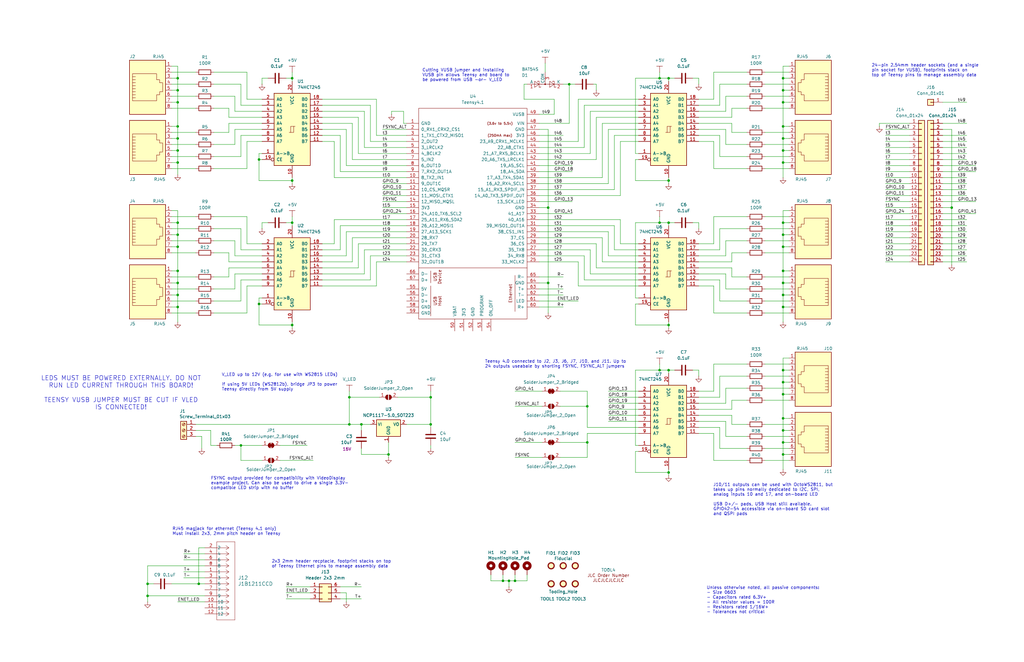
<source format=kicad_sch>
(kicad_sch (version 20231120) (generator "eeschema") (generator_version "8.0")
  (paper "B")
  (title_block (title "Teensy 4.0/4.1 Penta-OctoWS2811\\nAdapter") (date "08 MAR 2024") (rev "A"))
  (junction (at 214.63 245.11))
  (junction (at 240.03 35.56))
  (junction (at 330.2 33.02))
  (junction (at 74.93 38.1))
  (junction (at 74.93 33.02))
  (junction (at 330.2 161.29))
  (junction (at 152.4 179.07))
  (junction (at 278.13 156.21))
  (junction (at 330.2 93.98))
  (junction (at 330.2 58.42))
  (junction (at 74.93 63.5))
  (junction (at 212.09 245.11))
  (junction (at 281.94 76.2))
  (junction (at 109.22 67.31))
  (junction (at 62.23 251.46))
  (junction (at 330.2 104.14))
  (junction (at 74.93 129.54))
  (junction (at 330.2 119.38))
  (junction (at 74.93 68.58))
  (junction (at 123.19 137.16))
  (junction (at 247.65 186.69))
  (junction (at 123.19 93.98))
  (junction (at 330.2 176.53))
  (junction (at 330.2 53.34))
  (junction (at 62.23 246.38))
  (junction (at 83.82 246.38))
  (junction (at 247.65 171.45))
  (junction (at 74.93 124.46))
  (junction (at 281.94 199.39))
  (junction (at 181.61 167.64))
  (junction (at 181.61 179.07))
  (junction (at 330.2 191.77))
  (junction (at 330.2 156.21))
  (junction (at 330.2 63.5))
  (junction (at 101.6 187.96))
  (junction (at 330.2 68.58))
  (junction (at 330.2 166.37))
  (junction (at 330.2 114.3))
  (junction (at 330.2 43.18))
  (junction (at 330.2 129.54))
  (junction (at 74.93 43.18))
  (junction (at 74.93 53.34))
  (junction (at 281.94 33.02))
  (junction (at 278.13 93.98))
  (junction (at 281.94 137.16))
  (junction (at 74.93 119.38))
  (junction (at 74.93 114.3))
  (junction (at 217.17 245.11))
  (junction (at 330.2 124.46))
  (junction (at 74.93 99.06))
  (junction (at 401.32 87.63))
  (junction (at 281.94 93.98))
  (junction (at 74.93 58.42))
  (junction (at 123.19 33.02))
  (junction (at 281.94 156.21))
  (junction (at 330.2 186.69))
  (junction (at 231.14 119.38))
  (junction (at 109.22 128.27))
  (junction (at 74.93 93.98))
  (junction (at 147.32 179.07))
  (junction (at 330.2 181.61))
  (junction (at 231.14 87.63))
  (junction (at 330.2 38.1))
  (junction (at 330.2 99.06))
  (junction (at 74.93 104.14))
  (junction (at 123.19 76.2))
  (junction (at 163.83 191.77))
  (junction (at 147.32 167.64))
  (junction (at 278.13 33.02))
  (wire (pts (xy 153.67 115.57) (xy 153.67 105.41)))
  (wire (pts (xy 300.99 41.91) (xy 300.99 30.48)))
  (wire (pts (xy 373.38 102.87) (xy 383.54 102.87)))
  (wire (pts (xy 123.19 76.2) (xy 123.19 77.47)))
  (wire (pts (xy 72.39 121.92) (xy 82.55 121.92)))
  (wire (pts (xy 294.64 118.11) (xy 303.53 118.11)))
  (wire (pts (xy 110.49 118.11) (xy 101.6 118.11)))
  (wire (pts (xy 332.74 60.96) (xy 322.58 60.96)))
  (wire (pts (xy 269.24 105.41) (xy 259.08 105.41)))
  (wire (pts (xy 397.51 102.87) (xy 407.67 102.87)))
  (wire (pts (xy 83.82 231.14) (xy 83.82 246.38)))
  (wire (pts (xy 72.39 35.56) (xy 82.55 35.56)))
  (wire (pts (xy 330.2 63.5) (xy 332.74 63.5)))
  (wire (pts (xy 123.19 93.98) (xy 123.19 95.25)))
  (wire (pts (xy 74.93 104.14) (xy 74.93 114.3)))
  (wire (pts (xy 101.6 187.96) (xy 110.49 187.96)))
  (wire (pts (xy 110.49 107.95) (xy 99.06 107.95)))
  (wire (pts (xy 109.22 76.2) (xy 123.19 76.2)))
  (wire (pts (xy 397.51 92.71) (xy 407.67 92.71)))
  (wire (pts (xy 161.29 85.09) (xy 171.45 85.09)))
  (wire (pts (xy 72.39 124.46) (xy 74.93 124.46)))
  (wire (pts (xy 72.39 71.12) (xy 82.55 71.12)))
  (wire (pts (xy 300.99 165.1) (xy 300.99 153.67)))
  (wire (pts (xy 278.13 93.98) (xy 281.94 93.98)))
  (wire (pts (xy 120.65 33.02) (xy 123.19 33.02)))
  (wire (pts (xy 227.33 59.69) (xy 243.84 59.69)))
  (wire (pts (xy 74.93 129.54) (xy 74.93 135.89)))
  (wire (pts (xy 373.38 57.15) (xy 383.54 57.15)))
  (wire (pts (xy 243.84 41.91) (xy 243.84 59.69)))
  (wire (pts (xy 156.21 44.45) (xy 156.21 59.69)))
  (wire (pts (xy 231.14 87.63) (xy 231.14 119.38)))
  (wire (pts (xy 256.54 167.64) (xy 269.24 167.64)))
  (wire (pts (xy 373.38 92.71) (xy 383.54 92.71)))
  (wire (pts (xy 306.07 115.57) (xy 306.07 121.92)))
  (wire (pts (xy 148.59 67.31) (xy 171.45 67.31)))
  (wire (pts (xy 251.46 35.56) (xy 250.19 35.56)))
  (wire (pts (xy 322.58 45.72) (xy 332.74 45.72)))
  (wire (pts (xy 306.07 177.8) (xy 306.07 184.15)))
  (wire (pts (xy 72.39 96.52) (xy 82.55 96.52)))
  (wire (pts (xy 330.2 58.42) (xy 330.2 63.5)))
  (wire (pts (xy 227.33 85.09) (xy 241.3 85.09)))
  (wire (pts (xy 143.51 57.15) (xy 143.51 72.39)))
  (wire (pts (xy 82.55 179.07) (xy 147.32 179.07)))
  (wire (pts (xy 332.74 68.58) (xy 330.2 68.58)))
  (wire (pts (xy 88.9 181.61) (xy 82.55 181.61)))
  (wire (pts (xy 281.94 198.12) (xy 281.94 199.39)))
  (wire (pts (xy 147.32 167.64) (xy 147.32 179.07)))
  (wire (pts (xy 294.64 93.98) (xy 294.64 96.52)))
  (wire (pts (xy 110.49 59.69) (xy 104.14 59.69)))
  (wire (pts (xy 256.54 175.26) (xy 269.24 175.26)))
  (wire (pts (xy 294.64 33.02) (xy 292.1 33.02)))
  (wire (pts (xy 74.93 119.38) (xy 74.93 124.46)))
  (wire (pts (xy 330.2 161.29) (xy 330.2 166.37)))
  (wire (pts (xy 101.6 194.31) (xy 101.6 187.96)))
  (wire (pts (xy 91.44 187.96) (xy 88.9 187.96)))
  (wire (pts (xy 163.83 186.69) (xy 163.83 191.77)))
  (wire (pts (xy 314.96 40.64) (xy 306.07 40.64)))
  (wire (pts (xy 269.24 190.5) (xy 267.97 190.5)))
  (wire (pts (xy 397.51 64.77) (xy 407.67 64.77)))
  (wire (pts (xy 72.39 132.08) (xy 82.55 132.08)))
  (wire (pts (xy 281.94 74.93) (xy 281.94 76.2)))
  (wire (pts (xy 397.51 105.41) (xy 407.67 105.41)))
  (wire (pts (xy 85.09 184.15) (xy 85.09 189.23)))
  (wire (pts (xy 135.89 59.69) (xy 140.97 59.69)))
  (wire (pts (xy 110.49 115.57) (xy 99.06 115.57)))
  (wire (pts (xy 397.51 62.23) (xy 407.67 62.23)))
  (wire (pts (xy 146.05 54.61) (xy 146.05 69.85)))
  (wire (pts (xy 397.51 72.39) (xy 411.48 72.39)))
  (wire (pts (xy 332.74 53.34) (xy 330.2 53.34)))
  (wire (pts (xy 306.07 121.92) (xy 314.96 121.92)))
  (wire (pts (xy 294.64 120.65) (xy 300.99 120.65)))
  (wire (pts (xy 397.51 77.47) (xy 407.67 77.47)))
  (wire (pts (xy 397.51 107.95) (xy 407.67 107.95)))
  (wire (pts (xy 153.67 105.41) (xy 171.45 105.41)))
  (wire (pts (xy 281.94 33.02) (xy 281.94 34.29)))
  (wire (pts (xy 62.23 246.38) (xy 62.23 251.46)))
  (wire (pts (xy 332.74 114.3) (xy 330.2 114.3)))
  (wire (pts (xy 373.38 62.23) (xy 383.54 62.23)))
  (wire (pts (xy 267.97 187.96) (xy 267.97 156.21)))
  (wire (pts (xy 110.49 46.99) (xy 99.06 46.99)))
  (wire (pts (xy 72.39 43.18) (xy 74.93 43.18)))
  (wire (pts (xy 248.92 46.99) (xy 248.92 64.77)))
  (wire (pts (xy 397.51 43.18) (xy 407.67 43.18)))
  (wire (pts (xy 373.38 97.79) (xy 383.54 97.79)))
  (wire (pts (xy 373.38 72.39) (xy 383.54 72.39)))
  (wire (pts (xy 143.51 250.19) (xy 146.05 250.19)))
  (wire (pts (xy 300.99 102.87) (xy 300.99 91.44)))
  (wire (pts (xy 373.38 107.95) (xy 383.54 107.95)))
  (wire (pts (xy 77.47 243.84) (xy 86.36 243.84)))
  (wire (pts (xy 294.64 59.69) (xy 300.99 59.69)))
  (wire (pts (xy 373.38 59.69) (xy 383.54 59.69)))
  (wire (pts (xy 397.51 69.85) (xy 411.48 69.85)))
  (wire (pts (xy 135.89 120.65) (xy 158.75 120.65)))
  (wire (pts (xy 104.14 30.48) (xy 90.17 30.48)))
  (wire (pts (xy 96.52 116.84) (xy 90.17 116.84)))
  (wire (pts (xy 109.22 64.77) (xy 109.22 67.31)))
  (wire (pts (xy 90.17 127) (xy 101.6 127)))
  (wire (pts (xy 74.93 63.5) (xy 74.93 68.58)))
  (wire (pts (xy 152.4 252.73) (xy 143.51 252.73)))
  (wire (pts (xy 217.17 245.11) (xy 214.63 245.11)))
  (wire (pts (xy 294.64 44.45) (xy 303.53 44.45)))
  (wire (pts (xy 332.74 184.15) (xy 322.58 184.15)))
  (wire (pts (xy 231.14 87.63) (xy 227.33 87.63)))
  (wire (pts (xy 74.93 33.02) (xy 74.93 38.1)))
  (wire (pts (xy 143.51 95.25) (xy 171.45 95.25)))
  (wire (pts (xy 267.97 67.31) (xy 267.97 76.2)))
  (wire (pts (xy 82.55 184.15) (xy 85.09 184.15)))
  (wire (pts (xy 300.99 91.44) (xy 314.96 91.44)))
  (wire (pts (xy 227.33 67.31) (xy 251.46 67.31)))
  (wire (pts (xy 259.08 95.25) (xy 259.08 105.41)))
  (wire (pts (xy 227.33 62.23) (xy 246.38 62.23)))
  (wire (pts (xy 256.54 54.61) (xy 256.54 77.47)))
  (wire (pts (xy 72.39 91.44) (xy 82.55 91.44)))
  (wire (pts (xy 147.32 167.64) (xy 160.02 167.64)))
  (wire (pts (xy 308.61 172.72) (xy 294.64 172.72)))
  (wire (pts (xy 72.39 58.42) (xy 74.93 58.42)))
  (wire (pts (xy 140.97 92.71) (xy 140.97 102.87)))
  (wire (pts (xy 308.61 110.49) (xy 294.64 110.49)))
  (wire (pts (xy 308.61 49.53) (xy 294.64 49.53)))
  (wire (pts (xy 332.74 124.46) (xy 330.2 124.46)))
  (wire (pts (xy 330.2 38.1) (xy 330.2 43.18)))
  (wire (pts (xy 294.64 52.07) (xy 308.61 52.07)))
  (wire (pts (xy 269.24 115.57) (xy 248.92 115.57)))
  (wire (pts (xy 332.74 93.98) (xy 330.2 93.98)))
  (wire (pts (xy 123.19 137.16) (xy 123.19 138.43)))
  (wire (pts (xy 62.23 251.46) (xy 62.23 254)))
  (wire (pts (xy 110.49 93.98) (xy 113.03 93.98)))
  (wire (pts (xy 227.33 97.79) (xy 256.54 97.79)))
  (wire (pts (xy 251.46 38.1) (xy 251.46 35.56)))
  (wire (pts (xy 165.1 46.99) (xy 165.1 48.26)))
  (wire (pts (xy 269.24 59.69) (xy 261.62 59.69)))
  (wire (pts (xy 90.17 106.68) (xy 96.52 106.68)))
  (wire (pts (xy 269.24 118.11) (xy 246.38 118.11)))
  (wire (pts (xy 214.63 245.11) (xy 214.63 247.65)))
  (wire (pts (xy 269.24 64.77) (xy 267.97 64.77)))
  (wire (pts (xy 167.64 167.64) (xy 181.61 167.64)))
  (wire (pts (xy 135.89 52.07) (xy 148.59 52.07)))
  (wire (pts (xy 152.4 189.23) (xy 152.4 191.77)))
  (wire (pts (xy 161.29 82.55) (xy 171.45 82.55)))
  (wire (pts (xy 278.13 91.44) (xy 278.13 93.98)))
  (wire (pts (xy 135.89 49.53) (xy 151.13 49.53)))
  (wire (pts (xy 123.19 91.44) (xy 123.19 93.98)))
  (wire (pts (xy 240.03 52.07) (xy 240.03 35.56)))
  (wire (pts (xy 332.74 38.1) (xy 330.2 38.1)))
  (wire (pts (xy 332.74 55.88) (xy 322.58 55.88)))
  (wire (pts (xy 135.89 44.45) (xy 156.21 44.45)))
  (wire (pts (xy 332.74 151.13) (xy 330.2 151.13)))
  (wire (pts (xy 227.33 90.17) (xy 241.3 90.17)))
  (wire (pts (xy 269.24 125.73) (xy 267.97 125.73)))
  (wire (pts (xy 101.6 118.11) (xy 101.6 127)))
  (wire (pts (xy 161.29 54.61) (xy 171.45 54.61)))
  (wire (pts (xy 123.19 33.02) (xy 123.19 34.29)))
  (wire (pts (xy 373.38 74.93) (xy 383.54 74.93)))
  (wire (pts (xy 207.01 242.57) (xy 207.01 245.11)))
  (wire (pts (xy 267.97 93.98) (xy 278.13 93.98)))
  (wire (pts (xy 90.17 40.64) (xy 99.06 40.64)))
  (wire (pts (xy 181.61 187.96) (xy 181.61 189.23)))
  (wire (pts (xy 294.64 180.34) (xy 303.53 180.34)))
  (wire (pts (xy 300.99 59.69) (xy 300.99 71.12)))
  (wire (pts (xy 269.24 54.61) (xy 256.54 54.61)))
  (wire (pts (xy 397.51 80.01) (xy 407.67 80.01)))
  (wire (pts (xy 77.47 233.68) (xy 86.36 233.68)))
  (wire (pts (xy 170.18 46.99) (xy 165.1 46.99)))
  (wire (pts (xy 332.74 186.69) (xy 330.2 186.69)))
  (wire (pts (xy 267.97 128.27) (xy 267.97 137.16)))
  (wire (pts (xy 332.74 161.29) (xy 330.2 161.29)))
  (wire (pts (xy 401.32 87.63) (xy 397.51 87.63)))
  (wire (pts (xy 135.89 41.91) (xy 158.75 41.91)))
  (wire (pts (xy 74.93 38.1) (xy 74.93 43.18)))
  (wire (pts (xy 158.75 110.49) (xy 171.45 110.49)))
  (wire (pts (xy 314.96 127) (xy 303.53 127)))
  (wire (pts (xy 158.75 120.65) (xy 158.75 110.49)))
  (wire (pts (xy 135.89 113.03) (xy 151.13 113.03)))
  (wire (pts (xy 267.97 199.39) (xy 281.94 199.39)))
  (wire (pts (xy 397.51 67.31) (xy 407.67 67.31)))
  (wire (pts (xy 233.68 48.26) (xy 227.33 48.26)))
  (wire (pts (xy 120.65 252.73) (xy 130.81 252.73)))
  (wire (pts (xy 330.2 68.58) (xy 330.2 74.93)))
  (wire (pts (xy 153.67 62.23) (xy 171.45 62.23)))
  (wire (pts (xy 152.4 191.77) (xy 163.83 191.77)))
  (wire (pts (xy 146.05 250.19) (xy 146.05 254)))
  (wire (pts (xy 109.22 67.31) (xy 109.22 76.2)))
  (wire (pts (xy 99.06 107.95) (xy 99.06 101.6)))
  (wire (pts (xy 284.48 93.98) (xy 281.94 93.98)))
  (wire (pts (xy 74.93 124.46) (xy 74.93 129.54)))
  (wire (pts (xy 397.51 90.17) (xy 411.48 90.17)))
  (wire (pts (xy 135.89 115.57) (xy 153.67 115.57)))
  (wire (pts (xy 303.53 167.64) (xy 303.53 158.75)))
  (wire (pts (xy 254 100.33) (xy 227.33 100.33)))
  (wire (pts (xy 281.94 137.16) (xy 281.94 138.43)))
  (wire (pts (xy 240.03 35.56) (xy 242.57 35.56)))
  (wire (pts (xy 332.74 181.61) (xy 330.2 181.61)))
  (wire (pts (xy 330.2 88.9) (xy 330.2 93.98)))
  (wire (pts (xy 74.93 43.18) (xy 74.93 53.34)))
  (wire (pts (xy 96.52 49.53) (xy 110.49 49.53)))
  (wire (pts (xy 294.64 46.99) (xy 306.07 46.99)))
  (wire (pts (xy 72.39 60.96) (xy 82.55 60.96)))
  (wire (pts (xy 148.59 52.07) (xy 148.59 67.31)))
  (wire (pts (xy 251.46 49.53) (xy 251.46 67.31)))
  (wire (pts (xy 222.25 242.57) (xy 222.25 245.11)))
  (wire (pts (xy 236.22 165.1) (xy 247.65 165.1)))
  (wire (pts (xy 401.32 54.61) (xy 401.32 87.63)))
  (wire (pts (xy 306.07 107.95) (xy 306.07 101.6)))
  (wire (pts (xy 332.74 156.21) (xy 330.2 156.21)))
  (wire (pts (xy 217.17 242.57) (xy 217.17 245.11)))
  (wire (pts (xy 373.38 67.31) (xy 383.54 67.31)))
  (wire (pts (xy 72.39 27.94) (xy 74.93 27.94)))
  (wire (pts (xy 72.39 45.72) (xy 82.55 45.72)))
  (wire (pts (xy 330.2 129.54) (xy 330.2 135.89)))
  (wire (pts (xy 294.64 33.02) (xy 294.64 35.56)))
  (wire (pts (xy 101.6 57.15) (xy 101.6 66.04)))
  (wire (pts (xy 314.96 163.83) (xy 306.07 163.83)))
  (wire (pts (xy 110.49 57.15) (xy 101.6 57.15)))
  (wire (pts (xy 86.36 238.76) (xy 62.23 238.76)))
  (wire (pts (xy 120.65 250.19) (xy 130.81 250.19)))
  (wire (pts (xy 332.74 163.83) (xy 322.58 163.83)))
  (wire (pts (xy 90.17 66.04) (xy 101.6 66.04)))
  (wire (pts (xy 281.94 199.39) (xy 281.94 200.66)))
  (wire (pts (xy 246.38 118.11) (xy 246.38 107.95)))
  (wire (pts (xy 332.74 33.02) (xy 330.2 33.02)))
  (wire (pts (xy 267.97 64.77) (xy 267.97 33.02)))
  (wire (pts (xy 269.24 49.53) (xy 251.46 49.53)))
  (wire (pts (xy 261.62 82.55) (xy 227.33 82.55)))
  (wire (pts (xy 135.89 57.15) (xy 143.51 57.15)))
  (wire (pts (xy 373.38 100.33) (xy 383.54 100.33)))
  (wire (pts (xy 146.05 97.79) (xy 146.05 107.95)))
  (wire (pts (xy 269.24 107.95) (xy 256.54 107.95)))
  (wire (pts (xy 284.48 33.02) (xy 281.94 33.02)))
  (wire (pts (xy 269.24 110.49) (xy 254 110.49)))
  (wire (pts (xy 227.33 102.87) (xy 251.46 102.87)))
  (wire (pts (xy 110.49 102.87) (xy 104.14 102.87)))
  (wire (pts (xy 294.64 165.1) (xy 300.99 165.1)))
  (wire (pts (xy 90.17 101.6) (xy 99.06 101.6)))
  (wire (pts (xy 72.39 127) (xy 82.55 127)))
  (wire (pts (xy 248.92 115.57) (xy 248.92 105.41)))
  (wire (pts (xy 269.24 113.03) (xy 251.46 113.03)))
  (wire (pts (xy 227.33 116.84) (xy 237.49 116.84)))
  (wire (pts (xy 110.49 105.41) (xy 101.6 105.41)))
  (wire (pts (xy 332.74 119.38) (xy 330.2 119.38)))
  (wire (pts (xy 72.39 116.84) (xy 82.55 116.84)))
  (wire (pts (xy 135.89 105.41) (xy 143.51 105.41)))
  (wire (pts (xy 120.65 93.98) (xy 123.19 93.98)))
  (wire (pts (xy 231.14 119.38) (xy 231.14 132.08)))
  (wire (pts (xy 99.06 121.92) (xy 90.17 121.92)))
  (wire (pts (xy 306.07 60.96) (xy 314.96 60.96)))
  (wire (pts (xy 212.09 242.57) (xy 212.09 245.11)))
  (wire (pts (xy 110.49 120.65) (xy 104.14 120.65)))
  (wire (pts (xy 153.67 46.99) (xy 153.67 62.23)))
  (wire (pts (xy 227.33 69.85) (xy 241.3 69.85)))
  (wire (pts (xy 397.51 95.25) (xy 407.67 95.25)))
  (wire (pts (xy 140.97 74.93) (xy 171.45 74.93)))
  (wire (pts (xy 300.99 182.88) (xy 300.99 194.31)))
  (wire (pts (xy 314.96 66.04) (xy 303.53 66.04)))
  (wire (pts (xy 236.22 171.45) (xy 247.65 171.45)))
  (wire (pts (xy 161.29 90.17) (xy 171.45 90.17)))
  (wire (pts (xy 161.29 77.47) (xy 171.45 77.47)))
  (wire (pts (xy 140.97 59.69) (xy 140.97 74.93)))
  (wire (pts (xy 308.61 55.88) (xy 314.96 55.88)))
  (wire (pts (xy 96.52 113.03) (xy 96.52 116.84)))
  (wire (pts (xy 269.24 44.45) (xy 246.38 44.45)))
  (wire (pts (xy 373.38 85.09) (xy 383.54 85.09)))
  (wire (pts (xy 397.51 52.07) (xy 407.67 52.07)))
  (wire (pts (xy 267.97 156.21) (xy 278.13 156.21)))
  (wire (pts (xy 330.2 27.94) (xy 330.2 33.02)))
  (wire (pts (xy 151.13 113.03) (xy 151.13 102.87)))
  (wire (pts (xy 227.33 74.93) (xy 254 74.93)))
  (wire (pts (xy 269.24 102.87) (xy 261.62 102.87)))
  (wire (pts (xy 294.64 41.91) (xy 300.99 41.91)))
  (wire (pts (xy 308.61 168.91) (xy 308.61 172.72)))
  (wire (pts (xy 74.93 93.98) (xy 74.93 99.06)))
  (wire (pts (xy 181.61 165.1) (xy 181.61 167.64)))
  (wire (pts (xy 158.75 41.91) (xy 158.75 57.15)))
  (wire (pts (xy 110.49 54.61) (xy 99.06 54.61)))
  (wire (pts (xy 332.74 153.67) (xy 322.58 153.67)))
  (wire (pts (xy 99.06 60.96) (xy 90.17 60.96)))
  (wire (pts (xy 110.49 41.91) (xy 104.14 41.91)))
  (wire (pts (xy 247.65 180.34) (xy 269.24 180.34)))
  (wire (pts (xy 308.61 52.07) (xy 308.61 55.88)))
  (wire (pts (xy 72.39 119.38) (xy 74.93 119.38)))
  (wire (pts (xy 243.84 120.65) (xy 243.84 110.49)))
  (wire (pts (xy 227.33 105.41) (xy 248.92 105.41)))
  (wire (pts (xy 332.74 104.14) (xy 330.2 104.14)))
  (wire (pts (xy 148.59 110.49) (xy 148.59 100.33)))
  (wire (pts (xy 156.21 59.69) (xy 171.45 59.69)))
  (wire (pts (xy 109.22 128.27) (xy 109.22 137.16)))
  (wire (pts (xy 401.32 87.63) (xy 401.32 111.76)))
  (wire (pts (xy 72.39 55.88) (xy 82.55 55.88)))
  (wire (pts (xy 330.2 93.98) (xy 330.2 99.06)))
  (wire (pts (xy 330.2 33.02) (xy 330.2 38.1)))
  (wire (pts (xy 294.64 182.88) (xy 300.99 182.88)))
  (wire (pts (xy 99.06 46.99) (xy 99.06 40.64)))
  (wire (pts (xy 300.99 120.65) (xy 300.99 132.08)))
  (wire (pts (xy 146.05 69.85) (xy 171.45 69.85)))
  (wire (pts (xy 227.33 72.39) (xy 241.3 72.39)))
  (wire (pts (xy 77.47 241.3) (xy 86.36 241.3)))
  (wire (pts (xy 72.39 53.34) (xy 74.93 53.34)))
  (wire (pts (xy 330.2 119.38) (xy 330.2 124.46)))
  (wire (pts (xy 267.97 76.2) (xy 281.94 76.2)))
  (wire (pts (xy 330.2 63.5) (xy 330.2 68.58)))
  (wire (pts (xy 109.22 128.27) (xy 110.49 128.27)))
  (wire (pts (xy 332.74 99.06) (xy 330.2 99.06)))
  (wire (pts (xy 330.2 176.53) (xy 330.2 181.61)))
  (wire (pts (xy 233.68 48.26) (xy 233.68 41.91)))
  (wire (pts (xy 314.96 45.72) (xy 308.61 45.72)))
  (wire (pts (xy 332.74 129.54) (xy 330.2 129.54)))
  (wire (pts (xy 373.38 77.47) (xy 383.54 77.47)))
  (wire (pts (xy 294.64 175.26) (xy 308.61 175.26)))
  (wire (pts (xy 370.84 52.07) (xy 370.84 53.34)))
  (wire (pts (xy 152.4 247.65) (xy 143.51 247.65)))
  (wire (pts (xy 294.64 177.8) (xy 306.07 177.8)))
  (wire (pts (xy 261.62 59.69) (xy 261.62 82.55)))
  (wire (pts (xy 373.38 95.25) (xy 383.54 95.25)))
  (wire (pts (xy 74.93 114.3) (xy 74.93 119.38)))
  (wire (pts (xy 332.74 158.75) (xy 322.58 158.75)))
  (wire (pts (xy 294.64 102.87) (xy 300.99 102.87)))
  (wire (pts (xy 332.74 194.31) (xy 322.58 194.31)))
  (wire (pts (xy 294.64 107.95) (xy 306.07 107.95)))
  (wire (pts (xy 308.61 106.68) (xy 308.61 110.49)))
  (wire (pts (xy 278.13 153.67) (xy 278.13 156.21)))
  (wire (pts (xy 247.65 182.88) (xy 247.65 186.69)))
  (wire (pts (xy 332.74 27.94) (xy 330.2 27.94)))
  (wire (pts (xy 101.6 35.56) (xy 90.17 35.56)))
  (wire (pts (xy 247.65 186.69) (xy 236.22 186.69)))
  (wire (pts (xy 227.33 64.77) (xy 248.92 64.77)))
  (wire (pts (xy 397.51 54.61) (xy 401.32 54.61)))
  (wire (pts (xy 72.39 38.1) (xy 74.93 38.1)))
  (wire (pts (xy 212.09 245.11) (xy 214.63 245.11)))
  (wire (pts (xy 104.14 71.12) (xy 90.17 71.12)))
  (wire (pts (xy 229.87 26.67) (xy 229.87 30.48)))
  (wire (pts (xy 72.39 33.02) (xy 74.93 33.02)))
  (wire (pts (xy 123.19 30.48) (xy 123.19 33.02)))
  (wire (pts (xy 322.58 106.68) (xy 332.74 106.68)))
  (wire (pts (xy 74.93 254) (xy 86.36 254)))
  (wire (pts (xy 170.18 52.07) (xy 170.18 46.99)))
  (wire (pts (xy 267.97 190.5) (xy 267.97 199.39)))
  (wire (pts (xy 308.61 175.26) (xy 308.61 179.07)))
  (wire (pts (xy 314.96 106.68) (xy 308.61 106.68)))
  (wire (pts (xy 294.64 156.21) (xy 294.64 158.75)))
  (wire (pts (xy 247.65 182.88) (xy 269.24 182.88)))
  (wire (pts (xy 110.49 33.02) (xy 113.03 33.02)))
  (wire (pts (xy 170.18 52.07) (xy 171.45 52.07)))
  (wire (pts (xy 72.39 106.68) (xy 82.55 106.68)))
  (wire (pts (xy 373.38 87.63) (xy 383.54 87.63)))
  (wire (pts (xy 300.99 194.31) (xy 314.96 194.31)))
  (wire (pts (xy 332.74 101.6) (xy 322.58 101.6)))
  (wire (pts (xy 101.6 105.41) (xy 101.6 96.52)))
  (wire (pts (xy 332.74 166.37) (xy 330.2 166.37)))
  (wire (pts (xy 330.2 104.14) (xy 330.2 114.3)))
  (wire (pts (xy 110.49 52.07) (xy 96.52 52.07)))
  (wire (pts (xy 300.99 153.67) (xy 314.96 153.67)))
  (wire (pts (xy 308.61 45.72) (xy 308.61 49.53)))
  (wire (pts (xy 217.17 186.69) (xy 228.6 186.69)))
  (wire (pts (xy 156.21 118.11) (xy 156.21 107.95)))
  (wire (pts (xy 101.6 44.45) (xy 101.6 35.56)))
  (wire (pts (xy 135.89 110.49) (xy 148.59 110.49)))
  (wire (pts (xy 397.51 110.49) (xy 407.67 110.49)))
  (wire (pts (xy 330.2 53.34) (xy 330.2 58.42)))
  (wire (pts (xy 74.93 68.58) (xy 74.93 73.66)))
  (wire (pts (xy 300.99 132.08) (xy 314.96 132.08)))
  (wire (pts (xy 254 110.49) (xy 254 100.33)))
  (wire (pts (xy 332.74 58.42) (xy 330.2 58.42)))
  (wire (pts (xy 303.53 105.41) (xy 303.53 96.52)))
  (wire (pts (xy 332.74 176.53) (xy 330.2 176.53)))
  (wire (pts (xy 332.74 121.92) (xy 322.58 121.92)))
  (wire (pts (xy 373.38 54.61) (xy 383.54 54.61)))
  (wire (pts (xy 104.14 91.44) (xy 90.17 91.44)))
  (wire (pts (xy 269.24 52.07) (xy 254 52.07)))
  (wire (pts (xy 294.64 170.18) (xy 306.07 170.18)))
  (wire (pts (xy 143.51 72.39) (xy 171.45 72.39)))
  (wire (pts (xy 330.2 186.69) (xy 330.2 191.77)))
  (wire (pts (xy 72.39 40.64) (xy 82.55 40.64)))
  (wire (pts (xy 135.89 118.11) (xy 156.21 118.11)))
  (wire (pts (xy 322.58 179.07) (xy 332.74 179.07)))
  (wire (pts (xy 373.38 105.41) (xy 383.54 105.41)))
  (wire (pts (xy 123.19 135.89) (xy 123.19 137.16)))
  (wire (pts (xy 330.2 43.18) (xy 330.2 53.34)))
  (wire (pts (xy 72.39 68.58) (xy 74.93 68.58)))
  (wire (pts (xy 72.39 66.04) (xy 82.55 66.04)))
  (wire (pts (xy 110.49 64.77) (xy 109.22 64.77)))
  (wire (pts (xy 330.2 114.3) (xy 330.2 119.38)))
  (wire (pts (xy 261.62 92.71) (xy 261.62 102.87)))
  (wire (pts (xy 151.13 64.77) (xy 171.45 64.77)))
  (wire (pts (xy 227.33 52.07) (xy 240.03 52.07)))
  (wire (pts (xy 303.53 180.34) (xy 303.53 189.23)))
  (wire (pts (xy 217.17 193.04) (xy 228.6 193.04)))
  (wire (pts (xy 148.59 100.33) (xy 171.45 100.33)))
  (wire (pts (xy 373.38 82.55) (xy 383.54 82.55)))
  (wire (pts (xy 227.33 121.92) (xy 237.49 121.92)))
  (wire (pts (xy 74.93 99.06) (xy 74.93 104.14)))
  (wire (pts (xy 62.23 246.38) (xy 64.77 246.38)))
  (wire (pts (xy 83.82 246.38) (xy 86.36 246.38)))
  (wire (pts (xy 267.97 137.16) (xy 281.94 137.16)))
  (wire (pts (xy 110.49 44.45) (xy 101.6 44.45)))
  (wire (pts (xy 269.24 57.15) (xy 259.08 57.15)))
  (wire (pts (xy 88.9 187.96) (xy 88.9 181.61)))
  (wire (pts (xy 72.39 30.48) (xy 82.55 30.48)))
  (wire (pts (xy 278.13 30.48) (xy 278.13 33.02)))
  (wire (pts (xy 306.07 170.18) (xy 306.07 163.83)))
  (wire (pts (xy 397.51 57.15) (xy 407.67 57.15)))
  (wire (pts (xy 300.99 71.12) (xy 314.96 71.12)))
  (wire (pts (xy 227.33 92.71) (xy 261.62 92.71)))
  (wire (pts (xy 220.98 35.56) (xy 222.25 35.56)))
  (wire (pts (xy 72.39 246.38) (xy 83.82 246.38)))
  (wire (pts (xy 267.97 187.96) (xy 269.24 187.96)))
  (wire (pts (xy 269.24 46.99) (xy 248.92 46.99)))
  (wire (pts (xy 99.06 187.96) (xy 101.6 187.96)))
  (wire (pts (xy 332.74 189.23) (xy 322.58 189.23)))
  (wire (pts (xy 330.2 191.77) (xy 330.2 198.12)))
  (wire (pts (xy 303.53 96.52) (xy 314.96 96.52)))
  (wire (pts (xy 373.38 69.85) (xy 383.54 69.85)))
  (wire (pts (xy 110.49 33.02) (xy 110.49 35.56)))
  (wire (pts (xy 158.75 57.15) (xy 171.45 57.15)))
  (wire (pts (xy 294.64 93.98) (xy 292.1 93.98)))
  (wire (pts (xy 227.33 80.01) (xy 259.08 80.01)))
  (wire (pts (xy 86.36 231.14) (xy 83.82 231.14)))
  (wire (pts (xy 332.74 96.52) (xy 322.58 96.52)))
  (wire (pts (xy 300.99 30.48) (xy 314.96 30.48)))
  (wire (pts (xy 96.52 110.49) (xy 110.49 110.49)))
  (wire (pts (xy 146.05 97.79) (xy 171.45 97.79)))
  (wire (pts (xy 74.93 88.9) (xy 74.93 93.98)))
  (wire (pts (xy 151.13 102.87) (xy 171.45 102.87)))
  (wire (pts (xy 231.14 54.61) (xy 231.14 87.63)))
  (wire (pts (xy 171.45 92.71) (xy 140.97 92.71)))
  (wire (pts (xy 152.4 179.07) (xy 152.4 181.61)))
  (wire (pts (xy 397.51 59.69) (xy 407.67 59.69)))
  (wire (pts (xy 397.51 85.09) (xy 411.48 85.09)))
  (wire (pts (xy 74.93 27.94) (xy 74.93 33.02)))
  (wire (pts (xy 96.52 55.88) (xy 90.17 55.88)))
  (wire (pts (xy 303.53 57.15) (xy 303.53 66.04)))
  (wire (pts (xy 294.64 57.15) (xy 303.53 57.15)))
  (wire (pts (xy 181.61 179.07) (xy 181.61 180.34)))
  (wire (pts (xy 397.51 74.93) (xy 407.67 74.93)))
  (wire (pts (xy 294.64 105.41) (xy 303.53 105.41)))
  (wire (pts (xy 303.53 35.56) (xy 314.96 35.56)))
  (wire (pts (xy 101.6 96.52) (xy 90.17 96.52)))
  (wire (pts (xy 217.17 165.1) (xy 228.6 165.1)))
  (wire (pts (xy 281.94 93.98) (xy 281.94 95.25)))
  (wire (pts (xy 370.84 52.07) (xy 383.54 52.07)))
  (wire (pts (xy 330.2 181.61) (xy 330.2 186.69)))
  (wire (pts (xy 62.23 238.76) (xy 62.23 246.38)))
  (wire (pts (xy 151.13 49.53) (xy 151.13 64.77)))
  (wire (pts (xy 256.54 170.18) (xy 269.24 170.18)))
  (wire (pts (xy 303.53 118.11) (xy 303.53 127)))
  (wire (pts (xy 332.74 127) (xy 322.58 127)))
  (wire (pts (xy 135.89 54.61) (xy 146.05 54.61)))
  (wire (pts (xy 110.49 194.31) (xy 101.6 194.31)))
  (wire (pts (xy 373.38 64.77) (xy 383.54 64.77)))
  (wire (pts (xy 330.2 156.21) (xy 330.2 161.29)))
  (wire (pts (xy 171.45 179.07) (xy 181.61 179.07)))
  (wire (pts (xy 322.58 168.91) (xy 332.74 168.91)))
  (wire (pts (xy 294.64 113.03) (xy 308.61 113.03)))
  (wire (pts (xy 161.29 80.01) (xy 171.45 80.01)))
  (wire (pts (xy 332.74 30.48) (xy 322.58 30.48)))
  (wire (pts (xy 110.49 125.73) (xy 109.22 125.73)))
  (wire (pts (xy 267.97 33.02) (xy 278.13 33.02)))
  (wire (pts (xy 135.89 107.95) (xy 146.05 107.95)))
  (wire (pts (xy 247.65 186.69) (xy 247.65 193.04)))
  (wire (pts (xy 254 52.07) (xy 254 74.93)))
  (wire (pts (xy 306.07 54.61) (xy 306.07 60.96)))
  (wire (pts (xy 330.2 99.06) (xy 330.2 104.14)))
  (wire (pts (xy 227.33 124.46) (xy 237.49 124.46)))
  (wire (pts (xy 373.38 110.49) (xy 383.54 110.49)))
  (wire (pts (xy 256.54 177.8) (xy 269.24 177.8)))
  (wire (pts (xy 314.96 189.23) (xy 303.53 189.23)))
  (wire (pts (xy 308.61 113.03) (xy 308.61 116.84)))
  (wire (pts (xy 314.96 168.91) (xy 308.61 168.91)))
  (wire (pts (xy 281.94 135.89) (xy 281.94 137.16)))
  (wire (pts (xy 303.53 158.75) (xy 314.96 158.75)))
  (wire (pts (xy 332.74 191.77) (xy 330.2 191.77)))
  (wire (pts (xy 284.48 156.21) (xy 281.94 156.21)))
  (wire (pts (xy 152.4 179.07) (xy 156.21 179.07)))
  (wire (pts (xy 246.38 44.45) (xy 246.38 62.23)))
  (wire (pts (xy 332.74 91.44) (xy 322.58 91.44)))
  (wire (pts (xy 227.33 54.61) (xy 231.14 54.61)))
  (wire (pts (xy 236.22 193.04) (xy 247.65 193.04)))
  (wire (pts (xy 247.65 171.45) (xy 247.65 180.34)))
  (wire (pts (xy 220.98 41.91) (xy 220.98 35.56)))
  (wire (pts (xy 237.49 35.56) (xy 240.03 35.56)))
  (wire (pts (xy 222.25 245.11) (xy 217.17 245.11)))
  (wire (pts (xy 181.61 167.64) (xy 181.61 179.07)))
  (wire (pts (xy 147.32 165.1) (xy 147.32 167.64)))
  (wire (pts (xy 330.2 151.13) (xy 330.2 156.21)))
  (wire (pts (xy 294.64 167.64) (xy 303.53 167.64)))
  (wire (pts (xy 110.49 113.03) (xy 96.52 113.03)))
  (wire (pts (xy 306.07 46.99) (xy 306.07 40.64)))
  (wire (pts (xy 72.39 93.98) (xy 74.93 93.98)))
  (wire (pts (xy 330.2 124.46) (xy 330.2 129.54)))
  (wire (pts (xy 147.32 179.07) (xy 152.4 179.07)))
  (wire (pts (xy 269.24 41.91) (xy 243.84 41.91)))
  (wire (pts (xy 156.21 107.95) (xy 171.45 107.95)))
  (wire (pts (xy 74.93 58.42) (xy 74.93 63.5)))
  (wire (pts (xy 294.64 54.61) (xy 306.07 54.61)))
  (wire (pts (xy 99.06 115.57) (xy 99.06 121.92)))
  (wire (pts (xy 269.24 67.31) (xy 267.97 67.31)))
  (wire (pts (xy 163.83 191.77) (xy 163.83 193.04)))
  (wire (pts (xy 72.39 63.5) (xy 74.93 63.5)))
  (wire (pts (xy 278.13 33.02) (xy 281.94 33.02)))
  (wire (pts (xy 332.74 40.64) (xy 322.58 40.64)))
  (wire (pts (xy 227.33 127) (xy 243.84 127)))
  (wire (pts (xy 332.74 116.84) (xy 322.58 116.84)))
  (wire (pts (xy 308.61 116.84) (xy 314.96 116.84)))
  (wire (pts (xy 143.51 95.25) (xy 143.51 105.41)))
  (wire (pts (xy 294.64 156.21) (xy 292.1 156.21)))
  (wire (pts (xy 259.08 57.15) (xy 259.08 80.01)))
  (wire (pts (xy 110.49 93.98) (xy 110.49 96.52)))
  (wire (pts (xy 269.24 128.27) (xy 267.97 128.27)))
  (wire (pts (xy 281.94 76.2) (xy 281.94 77.47)))
  (wire (pts (xy 72.39 99.06) (xy 74.93 99.06)))
  (wire (pts (xy 104.14 120.65) (xy 104.14 132.08)))
  (wire (pts (xy 233.68 41.91) (xy 220.98 41.91)))
  (wire (pts (xy 373.38 90.17) (xy 383.54 90.17)))
  (wire (pts (xy 330.2 166.37) (xy 330.2 176.53)))
  (wire (pts (xy 96.52 52.07) (xy 96.52 55.88)))
  (wire (pts (xy 314.96 101.6) (xy 306.07 101.6)))
  (wire (pts (xy 109.22 67.31) (xy 110.49 67.31)))
  (wire (pts (xy 281.94 156.21) (xy 281.94 157.48)))
  (wire (pts (xy 332.74 132.08) (xy 322.58 132.08)))
  (wire (pts (xy 109.22 125.73) (xy 109.22 128.27)))
  (wire (pts (xy 303.53 44.45) (xy 303.53 35.56)))
  (wire (pts (xy 207.01 245.11) (xy 212.09 245.11)))
  (wire (pts (xy 77.47 236.22) (xy 86.36 236.22)))
  (wire (pts (xy 269.24 120.65) (xy 243.84 120.65)))
  (wire (pts (xy 104.14 59.69) (xy 104.14 71.12)))
  (wire (pts (xy 104.14 41.91) (xy 104.14 30.48)))
  (wire (pts (xy 118.11 187.96) (xy 129.54 187.96)))
  (wire (pts (xy 227.33 95.25) (xy 259.08 95.25)))
  (wire (pts (xy 306.07 184.15) (xy 314.96 184.15)))
  (wire (pts (xy 161.29 87.63) (xy 171.45 87.63)))
  (wire (pts (xy 104.14 132.08) (xy 90.17 132.08)))
  (wire (pts (xy 332.74 66.04) (xy 322.58 66.04)))
  (wire (pts (xy 332.74 88.9) (xy 330.2 88.9)))
  (wire (pts (xy 251.46 113.03) (xy 251.46 102.87)))
  (wire (pts (xy 294.64 115.57) (xy 306.07 115.57)))
  (wire (pts (xy 397.51 97.79) (xy 407.67 97.79)))
  (wire (pts (xy 332.74 35.56) (xy 322.58 35.56)))
  (wire (pts (xy 96.52 106.68) (xy 96.52 110.49)))
  (wire (pts (xy 72.39 101.6) (xy 82.55 101.6)))
  (wire (pts (xy 135.89 46.99) (xy 153.67 46.99)))
  (wire (pts (xy 256.54 77.47) (xy 227.33 77.47)))
  (wire (pts (xy 332.74 43.18) (xy 330.2 43.18)))
  (wire (pts (xy 278.13 156.21) (xy 281.94 156.21)))
  (wire (pts (xy 247.65 165.1) (xy 247.65 171.45)))
  (wire (pts (xy 308.61 179.07) (xy 314.96 179.07)))
  (wire (pts (xy 72.39 129.54) (xy 74.93 129.54)))
  (wire (pts (xy 74.93 53.34) (xy 74.93 58.42)))
  (wire (pts (xy 227.33 57.15) (xy 237.49 57.15)))
  (wire (pts (xy 118.11 194.31) (xy 132.08 194.31)))
  (wire (pts (xy 96.52 45.72) (xy 96.52 49.53)))
  (wire (pts (xy 373.38 80.01) (xy 383.54 80.01)))
  (wire (pts (xy 109.22 137.16) (xy 123.19 137.16)))
  (wire (pts (xy 397.51 82.55) (xy 407.67 82.55)))
  (wire (pts (xy 123.19 74.93) (xy 123.19 76.2)))
  (wire (pts (xy 99.06 54.61) (xy 99.06 60.96)))
  (wire (pts (xy 267.97 125.73) (xy 267.97 93.98)))
  (wire (pts (xy 397.51 100.33) (xy 407.67 100.33)))
  (wire (pts (xy 227.33 107.95) (xy 246.38 107.95)))
  (wire (pts (xy 120.65 247.65) (xy 130.81 247.65)))
  (wire (pts (xy 104.14 102.87) (xy 104.14 91.44)))
  (wire (pts (xy 72.39 88.9) (xy 74.93 88.9)))
  (wire (pts (xy 72.39 104.14) (xy 74.93 104.14)))
  (wire (pts (xy 227.33 110.49) (xy 243.84 110.49)))
  (wire (pts (xy 217.17 171.45) (xy 228.6 171.45)))
  (wire (pts (xy 227.33 119.38) (xy 231.14 119.38)))
  (wire (pts (xy 135.89 102.87) (xy 140.97 102.87)))
  (wire (pts (xy 256.54 107.95) (xy 256.54 97.79)))
  (wire (pts (xy 256.54 165.1) (xy 269.24 165.1)))
  (wire (pts (xy 227.33 129.54) (xy 237.49 129.54)))
  (wire (pts (xy 62.23 251.46) (xy 86.36 251.46)))
  (wire (pts (xy 72.39 114.3) (xy 74.93 114.3)))
  (wire (pts (xy 256.54 172.72) (xy 269.24 172.72)))
  (wire (pts (xy 90.17 45.72) (xy 96.52 45.72)))
  (wire (pts (xy 332.74 71.12) (xy 322.58 71.12)))
  (text "Cutting VUSB jumper and installing\nVUSB pin allows Teensy and board to\nbe powered from USB -or- V_LED" (at 178.054 31.75 0) (effects (font (size 1.27 1.27)) (justify left)))
  (text "2x3 2mm header recptacle, footprint stacks on top \nof Teensy Ethernet pins to manage assembly data" (at 114.554 237.998 0) (effects (font (size 1.27 1.27)) (justify left)))
  (text "LEDS MUST BE POWERED EXTERNALLY. DO NOT\nRUN LED CURRENT THROUGH THIS BOARD!\n\nTEENSY VUSB JUMPER MUST BE CUT IF VLED\nIS CONNECTED!" (at 51.054 165.862 0) (effects (font (size 1.905 1.905))))
  (text "24-pin 2.54mm header sockets (and a single \npin socket for VUSB), footprints stack on \ntop of Teensy pins to manage assembly data" (at 367.538 29.718 0) (effects (font (size 1.27 1.27)) (justify left)))
  (text "Unless otherwise noted, all passive components:\n- Size 0603\n- Capacitors rated 6.3V+\n- All resistor values = 100R\n- Resistors rated 1/16W+\n- Tolerances not critical" (at 297.942 253.238 0) (effects (font (size 1.27 1.27)) (justify left)))
  (text "FSYNC output provided for compatibility with VideoDisplay\nexample project. Can also be used to drive a single 3.3V-\ncompatible LED strip with no buffer" (at 88.9 203.962 0) (effects (font (size 1.27 1.27)) (justify left)))
  (text "J10/11 outputs can be used with OctoWS2811, but\ntakes up pins normally dedicated to I2C, SPI,\nanalog inputs 10 and 17, and on-board LED\n\nUSB D+/- pads, USB Host still available.\nGPIO42-54 accessible via on-board SD card slot\nand QSPI pads" (at 300.736 210.82 0) (effects (font (size 1.27 1.27)) (justify left)))
  (text "RJ45 magjack for ethernet (Teensy 4.1 only)\nMust install 2x3, 2mm pitch header on Teensy" (at 72.644 224.282 0) (effects (font (size 1.27 1.27)) (justify left)))
  (text "Teensy 4.0 connected to J2, J3, J6, J7, J10, and J11. Up to \n24 outputs useabale by shorting FSYNC, FSYNC_ALT jumpers" (at 204.47 153.67 0) (effects (font (size 1.27 1.27)) (justify left)))
  (text "V_LED up to 12V (e.g. for use with WS2815 LEDs)\n\nIf using 5V LEDs (WS2812b), bridge JP3 to power\nTeensy directly from 5V supply" (at 93.472 161.29 0) (effects (font (size 1.27 1.27)) (justify left)))
  (label "t29" (at 403.86 100.33 0))
  (label "GPIO_11" (at 256.54 177.8 0))
  (label "t6" (at 161.29 64.77 0))
  (label "t8" (at 373.38 69.85 0))
  (label "ENET_LED" (at 120.65 250.19 0))
  (label "R-" (at 152.4 247.65 180))
  (label "GPIO_24" (at 161.29 90.17 0))
  (label "R+" (at 234.95 129.54 0))
  (label "GPIO_9" (at 373.38 77.47 0))
  (label "T+" (at 152.4 252.73 180))
  (label "t37" (at 233.68 80.01 0))
  (label "ENET_LED" (at 234.95 127 0))
  (label "t18" (at 161.29 95.25 0))
  (label "GPIO_9" (at 256.54 172.72 0))
  (label "t49" (at 228.6 48.26 0))
  (label "FSYNC" (at 161.29 85.09 0))
  (label "R+" (at 120.65 247.65 0))
  (label "GPIO_18" (at 403.86 72.39 0))
  (label "t4" (at 373.38 59.69 0))
  (label "GPIO_18" (at 233.68 72.39 0))
  (label "t45" (at 403.86 59.69 0))
  (label "t18" (at 373.38 95.25 0))
  (label "t17" (at 161.29 92.71 0))
  (label "t5" (at 373.38 62.23 0))
  (label "t3" (at 373.38 57.15 0))
  (label "GPIO_10" (at 373.38 80.01 0))
  (label "GPIO_41" (at 403.86 90.17 0))
  (label "GPIO_10" (at 161.29 80.01 0))
  (label "t45" (at 233.68 59.69 0))
  (label "t24" (at 161.29 110.49 0))
  (label "FSYNC_ALT" (at 217.17 171.45 0))
  (label "t39" (at 233.68 74.93 0))
  (label "t44" (at 233.68 62.23 0))
  (label "t3" (at 161.29 57.15 0))
  (label "GPIO_13" (at 256.54 165.1 0))
  (label "t42" (at 403.86 67.31 0))
  (label "GPIO_24" (at 373.38 90.17 0))
  (label "t27" (at 403.86 105.41 0))
  (label "t17" (at 373.38 92.71 0))
  (label "GPIO_19" (at 403.86 69.85 0))
  (label "t27" (at 233.68 105.41 0))
  (label "t25" (at 403.86 110.49 0))
  (label "t30" (at 233.68 97.79 0))
  (label "t28" (at 403.86 102.87 0))
  (label "t5" (at 161.29 62.23 0))
  (label "t24" (at 373.38 110.49 0))
  (label "t9" (at 373.38 72.39 0))
  (label "t46" (at 233.68 57.15 0))
  (label "FSYNC" (at 217.17 193.04 0))
  (label "t19" (at 373.38 97.79 0))
  (label "t23" (at 373.38 107.95 0))
  (label "t38" (at 403.86 77.47 0))
  (label "t15" (at 373.38 87.63 0))
  (label "t10" (at 161.29 74.93 0))
  (label "GPIO_13" (at 403.86 85.09 0))
  (label "t25" (at 233.68 110.49 0))
  (label "t8" (at 161.29 69.85 0))
  (label "R-" (at 234.95 116.84 0))
  (label "t29" (at 233.68 100.33 0))
  (label "t7" (at 161.29 67.31 0))
  (label "t7" (at 373.38 67.31 0))
  (label "t38" (at 233.68 77.47 0))
  (label "t20" (at 161.29 100.33 0))
  (label "t22" (at 161.29 105.41 0))
  (label "T-" (at 120.65 252.73 0))
  (label "R-" (at 77.47 236.22 0))
  (label "GPIO_9" (at 161.29 77.47 0))
  (label "T+" (at 234.95 121.92 0))
  (label "t19" (at 161.29 97.79 0))
  (label "t44" (at 403.86 62.23 0))
  (label "t48" (at 233.68 52.07 0))
  (label "T-" (at 77.47 243.84 0))
  (label "t15" (at 161.29 87.63 0))
  (label "t21" (at 161.29 102.87 0))
  (label "T+" (at 77.47 241.3 0))
  (label "t26" (at 233.68 107.95 0))
  (label "FSYNC_ALT" (at 373.38 54.61 0))
  (label "t26" (at 403.86 107.95 0))
  (label "GPIO_11" (at 161.29 82.55 0))
  (label "R+" (at 77.47 233.68 0))
  (label "t6" (at 373.38 64.77 0))
  (label "t21" (at 373.38 102.87 0))
  (label "FSYNC_ALT" (at 121.92 194.31 0))
  (label "t20" (at 373.38 100.33 0))
  (label "GPIO_24" (at 217.17 186.69 0))
  (label "t39" (at 403.86 74.93 0))
  (label "t30" (at 403.86 97.79 0))
  (label "t49" (at 403.86 43.18 0))
  (label "ENET_LED" (at 74.93 254 0))
  (label "GPIO_10" (at 256.54 175.26 0))
  (label "t32" (at 233.68 92.71 0))
  (label "GPIO_11" (at 373.38 82.55 0))
  (label "t43" (at 403.86 64.77 0))
  (label "T-" (at 234.95 124.46 0))
  (label "t48" (at 403.86 52.07 0))
  (label "t36" (at 233.68 82.55 0))
  (label "t43" (at 233.68 64.77 0))
  (label "GPIO_18" (at 256.54 167.64 0))
  (label "t36" (at 403.86 82.55 0))
  (label "t28" (at 233.68 102.87 0))
  (label "t37" (at 403.86 80.01 0))
  (label "GPIO_19" (at 256.54 170.18 0))
  (label "GPIO_41" (at 217.17 165.1 0))
  (label "t23" (at 161.29 107.95 0))
  (label "FSYNC_ALT" (at 161.29 54.61 0))
  (label "GPIO_41" (at 233.68 90.17 0))
  (label "t46" (at 403.86 57.15 0))
  (label "t31" (at 403.86 95.25 0))
  (label "t10" (at 373.38 74.93 0))
  (label "t22" (at 373.38 105.41 0))
  (label "FSYNC" (at 373.38 85.09 0))
  (label "GPIO_13" (at 233.68 85.09 0))
  (label "t42" (at 233.68 67.31 0))
  (label "t31" (at 233.68 95.25 0))
  (label "t9" (at 161.29 72.39 0))
  (label "t32" (at 403.86 92.71 0))
  (label "t4" (at 161.29 59.69 0))
  (label "FSYNC" (at 123.19 187.96 0))
  (label "GPIO_19" (at 233.68 69.85 0))
  (symbol (lib_id "Device:R") (at 318.77 106.68 270) (mirror x) (unit 1)
    (property "Reference" "R28" (at 318.77 104.394 90))
    (property "Value" "100R" (effects (hide yes)))
    (property "Footprint" "Resistor_SMD:R_0603_1608Metric_Pad0.98x0.95mm_HandSolder" (effects (hide yes)))
    (property "Description" "RES 100R 0603 1/16W 1%" (effects (hide yes)))
    (property "Manufacturer Part Number" "0603WAF1000T5E" (effects (hide yes)))
    (property "Supplier" "LCSC" (effects (hide yes)))
    (property "Manufacturer" "Uniroyal" (effects (hide yes)))
  )
  (symbol (lib_id "power:GND") (at 370.84 53.34 0) (unit 1)
    (property "Reference" "#PWR033" (effects (hide yes)))
    (property "Value" "GND" (effects (hide yes)))
    (property "Description" "Power symbol creates a global label with name \"GND\" , ground" (effects (hide yes)))
  )
  (symbol (lib_id "power:GND") (at 330.2 74.93 0) (mirror y) (unit 1)
    (property "Reference" "#PWR025" (effects (hide yes)))
    (property "Value" "GND" (effects (hide yes)))
    (property "Description" "Power symbol creates a global label with name \"GND\" , ground" (effects (hide yes)))
  )
  (symbol (lib_id "power:+5V") (at 278.13 30.48 0) (mirror y) (unit 1)
    (property "Reference" "#PWR016" (effects (hide yes)))
    (property "Value" "+5V" (at 278.13 25.4 0))
    (property "Description" "Power symbol creates a global label with name \"+5V\"" (effects (hide yes)))
  )
  (symbol (lib_id "Device:R") (at 95.25 187.96 90) (unit 1)
    (property "Reference" "R41" (at 95.25 183.134 90))
    (property "Value" "100R" (at 95.25 185.42 90))
    (property "Footprint" "Resistor_SMD:R_0603_1608Metric_Pad0.98x0.95mm_HandSolder" (effects (hide yes)))
    (property "Description" "RES 100R 0603 1/16W 1%" (effects (hide yes)))
    (property "Manufacturer Part Number" "0603WAF1000T5E" (effects (hide yes)))
    (property "Supplier" "LCSC" (effects (hide yes)))
    (property "Manufacturer" "Uniroyal" (effects (hide yes)))
  )
  (symbol (lib_id "power:GND") (at 294.64 158.75 0) (mirror y) (unit 1)
    (property "Reference" "#PWR024" (effects (hide yes)))
    (property "Value" "GND" (effects (hide yes)))
    (property "Description" "Power symbol creates a global label with name \"GND\" , ground" (effects (hide yes)))
  )
  (symbol (lib_id "Jumper:SolderJumper_2_Open") (at 114.3 194.31 0) (mirror x) (unit 1) (in_bom no)
    (property "Reference" "JP2" (at 113.03 196.85 0))
    (property "Value" "SolderJumper_2_Open" (at 114.3 198.12 0))
    (property "Footprint" "Jumper:SolderJumper-2_P1.3mm_Open_RoundedPad1.0x1.5mm" (effects (hide yes)))
    (property "Description" "Solder Jumper, 2-pole, open" (effects (hide yes)))
  )
  (symbol (lib_id "Jumper:SolderJumper_2_Bridged") (at 114.3 187.96 0) (unit 1) (in_bom no)
    (property "Reference" "JP1" (at 114.3 181.61 0))
    (property "Value" "SolderJumper_2_Bridged" (at 114.3 184.15 0))
    (property "Footprint" "Jumper:SolderJumper-2_P1.3mm_Bridged_RoundedPad1.0x1.5mm" (effects (hide yes)))
    (property "Description" "Solder Jumper, 2-pole, closed/bridged" (effects (hide yes)))
  )
  (symbol (lib_id "power:GND") (at 74.93 135.89 0) (unit 1)
    (property "Reference" "#PWR02" (effects (hide yes)))
    (property "Value" "GND" (effects (hide yes)))
    (property "Description" "Power symbol creates a global label with name \"GND\" , ground" (effects (hide yes)))
  )
  (symbol (lib_id "Device:R") (at 318.77 116.84 270) (mirror x) (unit 1)
    (property "Reference" "R29" (at 318.77 114.554 90))
    (property "Value" "100R" (effects (hide yes)))
    (property "Footprint" "Resistor_SMD:R_0603_1608Metric_Pad0.98x0.95mm_HandSolder" (effects (hide yes)))
    (property "Description" "RES 100R 0603 1/16W 1%" (effects (hide yes)))
    (property "Manufacturer Part Number" "0603WAF1000T5E" (effects (hide yes)))
    (property "Supplier" "LCSC" (effects (hide yes)))
    (property "Manufacturer" "Uniroyal" (effects (hide yes)))
  )
  (symbol (lib_id "Device:R") (at 318.77 184.15 270) (mirror x) (unit 1)
    (property "Reference" "R38" (at 318.77 181.864 90))
    (property "Value" "100R" (effects (hide yes)))
    (property "Footprint" "Resistor_SMD:R_0603_1608Metric_Pad0.98x0.95mm_HandSolder" (effects (hide yes)))
    (property "Description" "RES 100R 0603 1/16W 1%" (effects (hide yes)))
    (property "Manufacturer Part Number" "0603WAF1000T5E" (effects (hide yes)))
    (property "Supplier" "LCSC" (effects (hide yes)))
    (property "Manufacturer" "Uniroyal" (effects (hide yes)))
  )
  (symbol (lib_id "Connector_Generic:Conn_01x24") (at 392.43 80.01 0) (mirror y) (unit 1)
    (property "Reference" "J15" (at 403.352 46.228 0) (effects (justify left)))
    (property "Value" "Conn_01x24" (at 403.352 48.768 0) (effects (justify left)))
    (property "Footprint" "Connector_PinSocket_2.54mm:PinSocket_1x24_P2.54mm_Vertical" (effects (hide yes)))
    (property "Description" "1x24 2.54mm header receptacle" (effects (hide yes)))
    (property "Manufacturer" "Megastar" (effects (hide yes)))
    (property "Manufacturer Part Number" "X6511FV-24-C85D32" (effects (hide yes)))
  )
  (symbol (lib_id "Mechanical:MountingHole_Pad") (at 207.01 240.03 0) (unit 1) (in_bom no)
    (property "Reference" "H1" (at 205.74 233.172 0) (effects (justify left)))
    (property "Value" "MountingHole_Pad" (at 205.74 235.458 0) (effects (justify left)))
    (property "Footprint" "MountingHole:MountingHole_5.3mm_M5_Pad" (effects (hide yes)))
    (property "Description" "Mounting Hole with connection" (effects (hide yes)))
  )
  (symbol (lib_id "Device:R") (at 86.36 55.88 90) (unit 1)
    (property "Reference" "R5" (at 86.36 53.594 90))
    (property "Value" "100R" (effects (hide yes)))
    (property "Footprint" "Resistor_SMD:R_0603_1608Metric_Pad0.98x0.95mm_HandSolder" (effects (hide yes)))
    (property "Description" "RES 100R 0603 1/16W 1%" (effects (hide yes)))
    (property "Manufacturer Part Number" "0603WAF1000T5E" (effects (hide yes)))
    (property "Supplier" "LCSC" (effects (hide yes)))
    (property "Manufacturer" "Uniroyal" (effects (hide yes)))
  )
  (symbol (lib_id "power:GND") (at 146.05 254 0) (unit 1)
    (property "Reference" "#PWR032" (effects (hide yes)))
    (property "Value" "GND" (effects (hide yes)))
    (property "Description" "Power symbol creates a global label with name \"GND\" , ground" (effects (hide yes)))
  )
  (symbol (lib_id "Connector:RJ45") (at 342.9 60.96 180) (unit 1)
    (property "Reference" "J7" (at 349.25 75.692 0))
    (property "Value" "RJ45" (at 337.82 75.692 0))
    (property "Footprint" "Library:HCTL HC-RJ45-5622-1-6" (effects (hide yes)))
    (property "Description" "RJ45 jack, 8P8C, unshielded" (effects (hide yes)))
    (property "Manufacturer Part Number" "HC-RJ45-5622-1-6" (effects (hide yes)))
    (property "Supplier" "LCSC" (effects (hide yes)))
    (property "Manufacturer" "HCTL" (effects (hide yes)))
  )
  (symbol (lib_id "Mechanical:MountingHole_Pad") (at 222.25 240.03 0) (unit 1) (in_bom no)
    (property "Reference" "H4" (at 220.98 233.172 0) (effects (justify left)))
    (property "Value" "MountingHole_Pad" (effects (hide yes)))
    (property "Footprint" "MountingHole:MountingHole_5.3mm_M5_Pad" (effects (hide yes)))
    (property "Description" "Mounting Hole with connection" (effects (hide yes)))
  )
  (symbol (lib_id "Device:R") (at 86.36 71.12 90) (unit 1)
    (property "Reference" "R8" (at 86.36 68.834 90))
    (property "Value" "100R" (effects (hide yes)))
    (property "Footprint" "Resistor_SMD:R_0603_1608Metric_Pad0.98x0.95mm_HandSolder" (effects (hide yes)))
    (property "Description" "RES 100R 0603 1/16W 1%" (effects (hide yes)))
    (property "Manufacturer Part Number" "0603WAF1000T5E" (effects (hide yes)))
    (property "Supplier" "LCSC" (effects (hide yes)))
    (property "Manufacturer" "Uniroyal" (effects (hide yes)))
  )
  (symbol (lib_id "power:GND") (at 85.09 189.23 0) (unit 1)
    (property "Reference" "#PWR031" (effects (hide yes)))
    (property "Value" "GND" (effects (hide yes)))
    (property "Description" "Power symbol creates a global label with name \"GND\" , ground" (effects (hide yes)))
  )
  (symbol (lib_id "power:+5V") (at 278.13 153.67 0) (mirror y) (unit 1)
    (property "Reference" "#PWR020" (effects (hide yes)))
    (property "Value" "+5V" (at 278.13 148.59 0))
    (property "Description" "Power symbol creates a global label with name \"+5V\"" (effects (hide yes)))
  )
  (symbol (lib_id "power:GND") (at 281.94 77.47 0) (unit 1)
    (property "Reference" "#PWR017" (effects (hide yes)))
    (property "Value" "GND" (effects (hide yes)))
    (property "Description" "Power symbol creates a global label with name \"GND\" , ground" (effects (hide yes)))
  )
  (symbol (lib_id "74xx:74HC245") (at 281.94 177.8 0) (unit 1)
    (property "Reference" "U7" (at 276.352 157.988 0) (effects (justify left)))
    (property "Value" "74HCT245" (at 269.24 160.02 0) (effects (justify left)))
    (property "Footprint" "Package_SO:SOIC-20W_7.5x12.8mm_P1.27mm" (effects (hide yes)))
    (property "Datasheet" "http://www.ti.com/lit/gpn/sn74HC245" (effects (hide yes)))
    (property "Description" "74HCT245 Octal BUS Transceiver, 3-State outputs, TTL input" (effects (hide yes)))
    (property "Manufacturer Part Number" "74HCT245D,653" (effects (hide yes)))
    (property "Supplier" "LCSC" (effects (hide yes)))
    (property "Manufacturer" "Nexperia" (effects (hide yes)))
  )
  (symbol (lib_id "Device:R") (at 86.36 60.96 90) (unit 1)
    (property "Reference" "R6" (at 86.36 58.674 90))
    (property "Value" "100R" (effects (hide yes)))
    (property "Footprint" "Resistor_SMD:R_0603_1608Metric_Pad0.98x0.95mm_HandSolder" (effects (hide yes)))
    (property "Description" "RES 100R 0603 1/16W 1%" (effects (hide yes)))
    (property "Manufacturer Part Number" "0603WAF1000T5E" (effects (hide yes)))
    (property "Supplier" "LCSC" (effects (hide yes)))
    (property "Manufacturer" "Uniroyal" (effects (hide yes)))
  )
  (symbol (lib_id "Device:R") (at 318.77 168.91 270) (mirror x) (unit 1)
    (property "Reference" "R36" (at 318.77 166.624 90))
    (property "Value" "100R" (effects (hide yes)))
    (property "Footprint" "Resistor_SMD:R_0603_1608Metric_Pad0.98x0.95mm_HandSolder" (effects (hide yes)))
    (property "Description" "RES 100R 0603 1/16W 1%" (effects (hide yes)))
    (property "Manufacturer Part Number" "0603WAF1000T5E" (effects (hide yes)))
    (property "Supplier" "LCSC" (effects (hide yes)))
    (property "Manufacturer" "Uniroyal" (effects (hide yes)))
  )
  (symbol (lib_id "Mechanical:Fiducial") (at 242.57 238.76 0) (unit 1) (in_bom no)
    (property "Reference" "FID3" (at 240.284 233.426 0) (effects (justify left)))
    (property "Value" "Fiducial" (effects (hide yes)))
    (property "Footprint" "Fiducial:Fiducial_0.5mm_Mask1mm" (effects (hide yes)))
    (property "Description" "Fiducial Marker" (effects (hide yes)))
  )
  (symbol (lib_id "Device:R") (at 318.77 101.6 270) (mirror x) (unit 1)
    (property "Reference" "R27" (at 318.77 99.314 90))
    (property "Value" "100R" (effects (hide yes)))
    (property "Footprint" "Resistor_SMD:R_0603_1608Metric_Pad0.98x0.95mm_HandSolder" (effects (hide yes)))
    (property "Description" "RES 100R 0603 1/16W 1%" (effects (hide yes)))
    (property "Manufacturer Part Number" "0603WAF1000T5E" (effects (hide yes)))
    (property "Supplier" "LCSC" (effects (hide yes)))
    (property "Manufacturer" "Uniroyal" (effects (hide yes)))
  )
  (symbol (lib_id "power:+5V") (at 278.13 91.44 0) (mirror y) (unit 1)
    (property "Reference" "#PWR018" (effects (hide yes)))
    (property "Value" "+5V" (at 278.13 86.36 0))
    (property "Description" "Power symbol creates a global label with name \"+5V\"" (effects (hide yes)))
  )
  (symbol (lib_id "Device:R") (at 318.77 45.72 270) (mirror x) (unit 1)
    (property "Reference" "R20" (at 318.77 43.434 90))
    (property "Value" "100R" (effects (hide yes)))
    (property "Footprint" "Resistor_SMD:R_0603_1608Metric_Pad0.98x0.95mm_HandSolder" (effects (hide yes)))
    (property "Description" "RES 100R 0603 1/16W 1%" (effects (hide yes)))
    (property "Manufacturer Part Number" "0603WAF1000T5E" (effects (hide yes)))
    (property "Supplier" "LCSC" (effects (hide yes)))
    (property "Manufacturer" "Uniroyal" (effects (hide yes)))
  )
  (symbol (lib_id "power:GND") (at 62.23 254 0) (unit 1)
    (property "Reference" "#PWR030" (effects (hide yes)))
    (property "Value" "GND" (effects (hide yes)))
    (property "Description" "Power symbol creates a global label with name \"GND\" , ground" (effects (hide yes)))
  )
  (symbol (lib_id "power:GND") (at 294.64 96.52 0) (mirror y) (unit 1)
    (property "Reference" "#PWR023" (effects (hide yes)))
    (property "Value" "GND" (effects (hide yes)))
    (property "Description" "Power symbol creates a global label with name \"GND\" , ground" (effects (hide yes)))
  )
  (symbol (lib_id "power:GND") (at 110.49 35.56 0) (unit 1)
    (property "Reference" "#PWR03" (effects (hide yes)))
    (property "Value" "GND" (effects (hide yes)))
    (property "Description" "Power symbol creates a global label with name \"GND\" , ground" (effects (hide yes)))
  )
  (symbol (lib_id "power:GND") (at 214.63 247.65 0) (unit 1)
    (property "Reference" "#PWR028" (effects (hide yes)))
    (property "Value" "GND" (effects (hide yes)))
    (property "Description" "Power symbol creates a global label with name \"GND\" , ground" (effects (hide yes)))
  )
  (symbol (lib_id "Device:R") (at 318.77 71.12 270) (mirror x) (unit 1)
    (property "Reference" "R24" (at 318.77 68.834 90))
    (property "Value" "100R" (effects (hide yes)))
    (property "Footprint" "Resistor_SMD:R_0603_1608Metric_Pad0.98x0.95mm_HandSolder" (effects (hide yes)))
    (property "Description" "RES 100R 0603 1/16W 1%" (effects (hide yes)))
    (property "Manufacturer Part Number" "0603WAF1000T5E" (effects (hide yes)))
    (property "Supplier" "LCSC" (effects (hide yes)))
    (property "Manufacturer" "Uniroyal" (effects (hide yes)))
  )
  (symbol (lib_id "Connector:RJ45") (at 342.9 158.75 180) (unit 1)
    (property "Reference" "J10" (at 349.25 147.066 0))
    (property "Value" "RJ45" (at 338.328 147.066 0))
    (property "Footprint" "Library:HCTL HC-RJ45-5622-1-6" (effects (hide yes)))
    (property "Description" "RJ45 jack, 8P8C, unshielded" (effects (hide yes)))
    (property "Manufacturer Part Number" "HC-RJ45-5622-1-6" (effects (hide yes)))
    (property "Supplier" "LCSC" (effects (hide yes)))
    (property "Manufacturer" "HCTL" (effects (hide yes)))
  )
  (symbol (lib_id "Device:C") (at 181.61 184.15 180) (unit 1)
    (property "Reference" "C4" (at 185.42 182.8799 0) (effects (justify right)))
    (property "Value" "10uF" (at 185.42 185.4199 0) (effects (justify right)))
    (property "Footprint" "Capacitor_SMD:C_0603_1608Metric_Pad1.08x0.95mm_HandSolder" (effects (hide yes)))
    (property "Description" "CAP 10uF 0603 25V X5R 20%" (effects (hide yes)))
    (property "Manufacturer Part Number" "CL10A106MA8NRNC" (effects (hide yes)))
    (property "Supplier" "LCSC" (effects (hide yes)))
    (property "Manufacturer" "Samsung" (effects (hide yes)))
  )
  (symbol (lib_id "power:GND") (at 110.49 96.52 0) (unit 1)
    (property "Reference" "#PWR04" (effects (hide yes)))
    (property "Value" "GND" (effects (hide yes)))
    (property "Description" "Power symbol creates a global label with name \"GND\" , ground" (effects (hide yes)))
  )
  (symbol (lib_id "Device:R") (at 86.36 132.08 90) (unit 1)
    (property "Reference" "R16" (at 86.36 129.794 90))
    (property "Value" "100R" (effects (hide yes)))
    (property "Footprint" "Resistor_SMD:R_0603_1608Metric_Pad0.98x0.95mm_HandSolder" (effects (hide yes)))
    (property "Description" "RES 100R 0603 1/16W 1%" (effects (hide yes)))
    (property "Manufacturer Part Number" "0603WAF1000T5E" (effects (hide yes)))
    (property "Supplier" "LCSC" (effects (hide yes)))
    (property "Manufacturer" "Uniroyal" (effects (hide yes)))
  )
  (symbol (lib_id "power:GND") (at 163.83 193.04 0) (unit 1)
    (property "Reference" "#PWR010" (effects (hide yes)))
    (property "Value" "GND" (effects (hide yes)))
    (property "Description" "Power symbol creates a global label with name \"GND\" , ground" (effects (hide yes)))
  )
  (symbol (lib_id "power:GND") (at 251.46 38.1 0) (mirror y) (unit 1)
    (property "Reference" "#PWR029" (effects (hide yes)))
    (property "Value" "GND" (effects (hide yes)))
    (property "Description" "Power symbol creates a global label with name \"GND\" , ground" (effects (hide yes)))
  )
  (symbol (lib_id "Device:C") (at 246.38 35.56 270) (unit 1)
    (property "Reference" "C8" (at 247.65 28.448 90) (effects (justify right)))
    (property "Value" "10uF" (at 248.92 30.988 90) (effects (justify right)))
    (property "Footprint" "Capacitor_SMD:C_0603_1608Metric_Pad1.08x0.95mm_HandSolder" (effects (hide yes)))
    (property "Description" "CAP 10uF 0603 25V X5R 20%" (effects (hide yes)))
    (property "Manufacturer Part Number" "CL10A106MA8NRNC" (effects (hide yes)))
    (property "Supplier" "LCSC" (effects (hide yes)))
    (property "Manufacturer" "Samsung" (effects (hide yes)))
  )
  (symbol (lib_id "JLC:Order_Number") (at 256.54 243.84 0) (unit 1) (in_bom no)
    (property "Reference" "TOOL4" (at 256.54 240.538 0))
    (property "Value" "~" (at 256.54 240.03 0))
    (property "Footprint" "JLC:Order Number" (effects (hide yes)))
    (property "Description" "JLCPCB customer-placed order number" (effects (hide yes)))
  )
  (symbol (lib_id "Device:R") (at 86.36 35.56 90) (unit 1)
    (property "Reference" "R2" (at 86.36 33.274 90))
    (property "Value" "100R" (effects (hide yes)))
    (property "Footprint" "Resistor_SMD:R_0603_1608Metric_Pad0.98x0.95mm_HandSolder" (effects (hide yes)))
    (property "Description" "RES 100R 0603 1/16W 1%" (effects (hide yes)))
    (property "Manufacturer Part Number" "0603WAF1000T5E" (effects (hide yes)))
    (property "Supplier" "LCSC" (effects (hide yes)))
    (property "Manufacturer" "Uniroyal" (effects (hide yes)))
  )
  (symbol (lib_id "Device:R") (at 318.77 127 270) (mirror x) (unit 1)
    (property "Reference" "R31" (at 318.77 124.714 90))
    (property "Value" "100R" (effects (hide yes)))
    (property "Footprint" "Resistor_SMD:R_0603_1608Metric_Pad0.98x0.95mm_HandSolder" (effects (hide yes)))
    (property "Description" "RES 100R 0603 1/16W 1%" (effects (hide yes)))
    (property "Manufacturer Part Number" "0603WAF1000T5E" (effects (hide yes)))
    (property "Supplier" "LCSC" (effects (hide yes)))
    (property "Manufacturer" "Uniroyal" (effects (hide yes)))
  )
  (symbol (lib_id "Connector:RJ45") (at 342.9 96.52 180) (unit 1)
    (property "Reference" "J8" (at 349.25 84.836 0))
    (property "Value" "RJ45" (at 338.328 84.836 0))
    (property "Footprint" "Library:HCTL HC-RJ45-5622-1-6" (effects (hide yes)))
    (property "Description" "RJ45 jack, 8P8C, unshielded" (effects (hide yes)))
    (property "Manufacturer Part Number" "HC-RJ45-5622-1-6" (effects (hide yes)))
    (property "Supplier" "LCSC" (effects (hide yes)))
    (property "Manufacturer" "HCTL" (effects (hide yes)))
  )
  (symbol (lib_id "Device:R") (at 318.77 60.96 270) (mirror x) (unit 1)
    (property "Reference" "R22" (at 318.77 58.674 90))
    (property "Value" "100R" (effects (hide yes)))
    (property "Footprint" "Resistor_SMD:R_0603_1608Metric_Pad0.98x0.95mm_HandSolder" (effects (hide yes)))
    (property "Description" "RES 100R 0603 1/16W 1%" (effects (hide yes)))
    (property "Manufacturer Part Number" "0603WAF1000T5E" (effects (hide yes)))
    (property "Supplier" "LCSC" (effects (hide yes)))
    (property "Manufacturer" "Uniroyal" (effects (hide yes)))
  )
  (symbol (lib_id "Connector:RJ45") (at 62.23 60.96 0) (mirror x) (unit 1)
    (property "Reference" "J3" (at 55.88 75.692 0))
    (property "Value" "RJ45" (at 67.31 75.692 0))
    (property "Footprint" "Library:HCTL HC-RJ45-5622-1-6" (effects (hide yes)))
    (property "Description" "RJ45 jack, 8P8C, unshielded" (effects (hide yes)))
    (property "Manufacturer Part Number" "HC-RJ45-5622-1-6" (effects (hide yes)))
    (property "Supplier" "LCSC" (effects (hide yes)))
    (property "Manufacturer" "HCTL" (effects (hide yes)))
  )
  (symbol (lib_id "Device:R") (at 86.36 30.48 90) (unit 1)
    (property "Reference" "R1" (at 86.36 24.13 90))
    (property "Value" "100R" (at 86.36 26.67 90))
    (property "Footprint" "Resistor_SMD:R_0603_1608Metric_Pad0.98x0.95mm_HandSolder" (effects (hide yes)))
    (property "Description" "RES 100R 0603 1/16W 1%" (effects (hide yes)))
    (property "Manufacturer Part Number" "0603WAF1000T5E" (effects (hide yes)))
    (property "Supplier" "LCSC" (effects (hide yes)))
    (property "Manufacturer" "Uniroyal" (effects (hide yes)))
  )
  (symbol (lib_id "JLC:Tooling_Hole") (at 232.41 246.38 0) (unit 1) (in_bom no)
    (property "Reference" "TOOL1" (at 227.838 252.73 0) (effects (justify left)))
    (property "Value" "Tooling_Hole" (effects (hide yes)))
    (property "Footprint" "JLC:Tooling Hole" (effects (hide yes)))
    (property "Description" "Tooling hole for JLCPCB assembly" (effects (hide yes)))
  )
  (symbol (lib_id "power:+5V") (at 123.19 30.48 0) (unit 1)
    (property "Reference" "#PWR06" (effects (hide yes)))
    (property "Value" "+5V" (at 123.19 25.4 0))
    (property "Description" "Power symbol creates a global label with name \"+5V\"" (effects (hide yes)))
  )
  (symbol (lib_id "JLC:Tooling_Hole") (at 242.57 246.38 0) (unit 1) (in_bom no)
    (property "Reference" "TOOL3" (at 241.046 252.73 0) (effects (justify left)))
    (property "Value" "Tooling_Hole" (effects (hide yes)))
    (property "Footprint" "JLC:Tooling Hole" (effects (hide yes)))
    (property "Description" "Tooling hole for JLCPCB assembly" (effects (hide yes)))
  )
  (symbol (lib_id "Connector_Generic:Conn_01x24") (at 388.62 80.01 0) (unit 1)
    (property "Reference" "J14" (at 377.698 46.228 0) (effects (justify left)))
    (property "Value" "Conn_01x24" (at 377.698 48.768 0) (effects (justify left)))
    (property "Footprint" "Connector_PinSocket_2.54mm:PinSocket_1x24_P2.54mm_Vertical" (effects (hide yes)))
    (property "Description" "1x24 2.54mm header receptacle" (effects (hide yes)))
    (property "Manufacturer" "Megastar" (effects (hide yes)))
    (property "Manufacturer Part Number" "X6511FV-24-C85D32" (effects (hide yes)))
  )
  (symbol (lib_id "Regulator_Linear:NCP1117-ADJ_SOT223") (at 163.83 179.07 0) (unit 1)
    (property "Reference" "U3" (at 163.83 172.72 0))
    (property "Value" "NCP1117-5.0_SOT223" (at 163.83 175.26 0))
    (property "Footprint" "Package_TO_SOT_SMD:SOT-223-3_TabPin2" (effects (hide yes)))
    (property "Datasheet" "http://www.onsemi.com/pub_link/Collateral/NCP1117-D.PDF" (effects (hide yes)))
    (property "Description" "NCP1117 1A Low drop-out regulator, Fixed 5.0V, SOT-223" (effects (hide yes)))
    (property "Manufacturer Part Number" "NCP1117LPST50T3G" (effects (hide yes)))
    (property "Supplier" "LCSC" (effects (hide yes)))
    (property "Manufacturer" "onsemi" (effects (hide yes)))
  )
  (symbol (lib_id "Diode:BAT54S") (at 229.87 35.56 0) (mirror x) (unit 1)
    (property "Reference" "D1" (at 219.964 31.75 0) (effects (justify left)))
    (property "Value" "BAT54S" (at 219.964 29.21 0) (effects (justify left)))
    (property "Footprint" "Package_TO_SOT_SMD:SOT-23" (effects (hide yes)))
    (property "Datasheet" "https://www.diodes.com/assets/Datasheets/ds11005.pdf" (effects (hide yes)))
    (property "Description" "Vr 30V, If 200mA, Dual schottky barrier diode, in series, SOT-323" (effects (hide yes)))
    (property "Manufacturer" "MDD" (effects (hide yes)))
    (property "Manufacturer Part Number" " BAT54S" (effects (hide yes)))
    (property "Supplier" "LCSC" (effects (hide yes)))
  )
  (symbol (lib_id "Device:R") (at 318.77 194.31 270) (mirror x) (unit 1)
    (property "Reference" "R40" (at 318.77 192.024 90))
    (property "Value" "100R" (effects (hide yes)))
    (property "Footprint" "Resistor_SMD:R_0603_1608Metric_Pad0.98x0.95mm_HandSolder" (effects (hide yes)))
    (property "Description" "RES 100R 0603 1/16W 1%" (effects (hide yes)))
    (property "Manufacturer Part Number" "0603WAF1000T5E" (effects (hide yes)))
    (property "Supplier" "LCSC" (effects (hide yes)))
    (property "Manufacturer" "Uniroyal" (effects (hide yes)))
  )
  (symbol (lib_id "power:GND") (at 181.61 189.23 0) (unit 1)
    (property "Reference" "#PWR012" (effects (hide yes)))
    (property "Value" "GND" (effects (hide yes)))
    (property "Description" "Power symbol creates a global label with name \"GND\" , ground" (effects (hide yes)))
  )
  (symbol (lib_id "Device:R") (at 318.77 179.07 270) (mirror x) (unit 1)
    (property "Reference" "R37" (at 318.77 176.784 90))
    (property "Value" "100R" (effects (hide yes)))
    (property "Footprint" "Resistor_SMD:R_0603_1608Metric_Pad0.98x0.95mm_HandSolder" (effects (hide yes)))
    (property "Description" "RES 100R 0603 1/16W 1%" (effects (hide yes)))
    (property "Manufacturer Part Number" "0603WAF1000T5E" (effects (hide yes)))
    (property "Supplier" "LCSC" (effects (hide yes)))
    (property "Manufacturer" "Uniroyal" (effects (hide yes)))
  )
  (symbol (lib_id "Device:R") (at 86.36 96.52 90) (unit 1)
    (property "Reference" "R10" (at 86.36 94.234 90))
    (property "Value" "100R" (effects (hide yes)))
    (property "Footprint" "Resistor_SMD:R_0603_1608Metric_Pad0.98x0.95mm_HandSolder" (effects (hide yes)))
    (property "Description" "RES 100R 0603 1/16W 1%" (effects (hide yes)))
    (property "Manufacturer Part Number" "0603WAF1000T5E" (effects (hide yes)))
    (property "Supplier" "LCSC" (effects (hide yes)))
    (property "Manufacturer" "Uniroyal" (effects (hide yes)))
  )
  (symbol (lib_id "Connector:RJ45") (at 62.23 96.52 0) (mirror x) (unit 1)
    (property "Reference" "J4" (at 55.88 84.836 0))
    (property "Value" "RJ45" (at 66.802 84.836 0))
    (property "Footprint" "Library:HCTL HC-RJ45-5622-1-6" (effects (hide yes)))
    (property "Description" "RJ45 jack, 8P8C, unshielded" (effects (hide yes)))
    (property "Manufacturer Part Number" "HC-RJ45-5622-1-6" (effects (hide yes)))
    (property "Supplier" "LCSC" (effects (hide yes)))
    (property "Manufacturer" "HCTL" (effects (hide yes)))
  )
  (symbol (lib_id "power:GND") (at 401.32 111.76 0) (unit 1)
    (property "Reference" "#PWR034" (effects (hide yes)))
    (property "Value" "GND" (effects (hide yes)))
    (property "Description" "Power symbol creates a global label with name \"GND\" , ground" (effects (hide yes)))
  )
  (symbol (lib_id "Device:R") (at 318.77 30.48 270) (mirror x) (unit 1)
    (property "Reference" "R17" (at 318.77 24.13 90))
    (property "Value" "100R" (at 318.77 26.67 90))
    (property "Footprint" "Resistor_SMD:R_0603_1608Metric_Pad0.98x0.95mm_HandSolder" (effects (hide yes)))
    (property "Description" "RES 100R 0603 1/16W 1%" (effects (hide yes)))
    (property "Manufacturer Part Number" "0603WAF1000T5E" (effects (hide yes)))
    (property "Supplier" "LCSC" (effects (hide yes)))
    (property "Manufacturer" "Uniroyal" (effects (hide yes)))
  )
  (symbol (lib_id "Device:C") (at 288.29 156.21 270) (mirror x) (unit 1)
    (property "Reference" "C7" (at 288.29 148.59 90))
    (property "Value" "0.1uF" (at 288.29 151.13 90))
    (property "Footprint" "Capacitor_SMD:C_0603_1608Metric_Pad1.08x0.95mm_HandSolder" (effects (hide yes)))
    (property "Description" "CAP 0.1uF 0603 50V X7R 10%" (effects (hide yes)))
    (property "Manufacturer Part Number" "CC0603KRX7R9BB104" (effects (hide yes)))
    (property "Supplier" "LCSC" (effects (hide yes)))
    (property "Manufacturer" "Yageo" (effects (hide yes)))
  )
  (symbol (lib_id "Device:R") (at 86.36 106.68 90) (unit 1)
    (property "Reference" "R12" (at 86.36 104.394 90))
    (property "Value" "100R" (effects (hide yes)))
    (property "Footprint" "Resistor_SMD:R_0603_1608Metric_Pad0.98x0.95mm_HandSolder" (effects (hide yes)))
    (property "Description" "RES 100R 0603 1/16W 1%" (effects (hide yes)))
    (property "Manufacturer Part Number" "0603WAF1000T5E" (effects (hide yes)))
    (property "Supplier" "LCSC" (effects (hide yes)))
    (property "Manufacturer" "Uniroyal" (effects (hide yes)))
  )
  (symbol (lib_id "teensy:Teensy4.1") (at 199.39 106.68 0) (unit 1) (in_bom no)
    (property "Reference" "U4" (at 199.39 40.64 0))
    (property "Value" "Teensy4.1" (at 199.39 43.18 0))
    (property "Footprint" "teensy.pretty-master:Teensy41" (effects (hide yes)))
    (property "Description" "Teensy 4.0/4.1" (effects (hide yes)))
    (property "Supplier" "PJRC" (effects (hide yes)))
    (property "Manufacturer" "PJRC" (effects (hide yes)))
  )
  (symbol (lib_id "Device:R") (at 86.36 66.04 90) (unit 1)
    (property "Reference" "R7" (at 86.36 63.754 90))
    (property "Value" "100R" (effects (hide yes)))
    (property "Footprint" "Resistor_SMD:R_0603_1608Metric_Pad0.98x0.95mm_HandSolder" (effects (hide yes)))
    (property "Description" "RES 100R 0603 1/16W 1%" (effects (hide yes)))
    (property "Manufacturer Part Number" "0603WAF1000T5E" (effects (hide yes)))
    (property "Supplier" "LCSC" (effects (hide yes)))
    (property "Manufacturer" "Uniroyal" (effects (hide yes)))
  )
  (symbol (lib_id "Connector_Generic:Conn_01x01") (at 392.43 43.18 180) (unit 1)
    (property "Reference" "J16" (at 392.43 36.83 0))
    (property "Value" "Conn_01x01" (at 392.43 39.37 0))
    (property "Footprint" "Connector_PinSocket_2.54mm:PinSocket_1x01_P2.54mm_Vertical" (effects (hide yes)))
    (property "Description" "Single pin 2.54mm header receptacle" (effects (hide yes)))
  )
  (symbol (lib_id "power:+5V") (at 181.61 165.1 0) (unit 1)
    (property "Reference" "#PWR011" (effects (hide yes)))
    (property "Value" "+5V" (at 181.61 160.02 0))
    (property "Description" "Power symbol creates a global label with name \"+5V\"" (effects (hide yes)))
  )
  (symbol (lib_id "Device:R") (at 86.36 116.84 90) (unit 1)
    (property "Reference" "R13" (at 86.36 114.554 90))
    (property "Value" "100R" (effects (hide yes)))
    (property "Footprint" "Resistor_SMD:R_0603_1608Metric_Pad0.98x0.95mm_HandSolder" (effects (hide yes)))
    (property "Description" "RES 100R 0603 1/16W 1%" (effects (hide yes)))
    (property "Manufacturer Part Number" "0603WAF1000T5E" (effects (hide yes)))
    (property "Supplier" "LCSC" (effects (hide yes)))
    (property "Manufacturer" "Uniroyal" (effects (hide yes)))
  )
  (symbol (lib_id "2024-03-07_12-13-27:J1B1211CCD") (at 86.36 231.14 0) (unit 1)
    (property "Reference" "J12" (at 100.33 243.8399 0) (effects (font (size 1.524 1.524)) (justify left)))
    (property "Value" "J1B1211CCD" (at 100.33 246.3799 0) (effects (font (size 1.524 1.524)) (justify left)))
    (property "Footprint" "J1B1211CCD:CONN12_J1B1211CCD_WIZ" (effects (hide yes)))
    (property "Datasheet" "J1B1211CCD" (effects (hide yes)))
    (property "Description" "RJ45 magjack" (effects (hide yes)))
    (property "Manufacturer Part Number" "J1B1211CCD " (effects (hide yes)))
    (property "Supplier" "LCSC" (effects (hide yes)))
    (property "Manufacturer" "WIZnet" (effects (hide yes)))
  )
  (symbol (lib_id "Device:C") (at 116.84 33.02 90) (unit 1)
    (property "Reference" "C1" (at 116.84 25.4 90))
    (property "Value" "0.1uF" (at 116.84 27.94 90))
    (property "Footprint" "Capacitor_SMD:C_0603_1608Metric_Pad1.08x0.95mm_HandSolder" (effects (hide yes)))
    (property "Description" "CAP 0.1uF 0603 50V X7R 10%" (effects (hide yes)))
    (property "Manufacturer Part Number" "CC0603KRX7R9BB104" (effects (hide yes)))
    (property "Supplier" "LCSC" (effects (hide yes)))
    (property "Manufacturer" "Yageo" (effects (hide yes)))
  )
  (symbol (lib_id "Connector:RJ45") (at 342.9 35.56 180) (unit 1)
    (property "Reference" "J6" (at 349.25 23.876 0))
    (property "Value" "RJ45" (at 338.328 23.876 0))
    (property "Footprint" "Library:HCTL HC-RJ45-5622-1-6" (effects (hide yes)))
    (property "Description" "RJ45 jack, 8P8C, unshielded" (effects (hide yes)))
    (property "Manufacturer Part Number" "HC-RJ45-5622-1-6" (effects (hide yes)))
    (property "Supplier" "LCSC" (effects (hide yes)))
    (property "Manufacturer" "HCTL" (effects (hide yes)))
  )
  (symbol (lib_id "power:GND") (at 123.19 77.47 0) (unit 1)
    (property "Reference" "#PWR07" (effects (hide yes)))
    (property "Value" "GND" (effects (hide yes)))
    (property "Description" "Power symbol creates a global label with name \"GND\" , ground" (effects (hide yes)))
  )
  (symbol (lib_id "Jumper:SolderJumper_2_Bridged") (at 232.41 165.1 0) (unit 1) (in_bom no)
    (property "Reference" "JP4" (at 232.41 158.75 0))
    (property "Value" "SolderJumper_2_Bridged" (at 232.41 161.29 0))
    (property "Footprint" "Jumper:SolderJumper-2_P1.3mm_Bridged_RoundedPad1.0x1.5mm" (effects (hide yes)))
    (property "Description" "Solder Jumper, 2-pole, closed/bridged" (effects (hide yes)))
  )
  (symbol (lib_id "Connector:Screw_Terminal_01x03") (at 77.47 181.61 0) (mirror y) (unit 1)
    (property "Reference" "J1" (at 78.232 173.482 0) (effects (justify left)))
    (property "Value" "Screw_Terminal_01x03" (at 97.282 175.768 0) (effects (justify left)))
    (property "Footprint" "TerminalBlock:TerminalBlock_bornier-3_P5.08mm" (effects (hide yes)))
    (property "Description" "3 pin screw terminal block, 5.08mm pitch" (effects (hide yes)))
    (property "Manufacturer Part Number" "DB127V-5.08-3P-GN-S" (effects (hide yes)))
    (property "Supplier" "LCSC" (effects (hide yes)))
    (property "Manufacturer" "Dorabo" (effects (hide yes)))
  )
  (symbol (lib_id "74xx:74HC245") (at 123.19 54.61 0) (unit 1)
    (property "Reference" "U1" (at 125.3841 34.29 0) (effects (justify left)))
    (property "Value" "74HCT245" (at 125.3841 36.83 0) (effects (justify left)))
    (property "Footprint" "Package_SO:SOIC-20W_7.5x12.8mm_P1.27mm" (effects (hide yes)))
    (property "Datasheet" "http://www.ti.com/lit/gpn/sn74HC245" (effects (hide yes)))
    (property "Description" "74HCT245 Octal BUS Transceiver, 3-State outputs, TTL input" (effects (hide yes)))
    (property "Manufacturer Part Number" "74HCT245D,653" (effects (hide yes)))
    (property "Supplier" "LCSC" (effects (hide yes)))
    (property "Manufacturer" "Nexperia" (effects (hide yes)))
  )
  (symbol (lib_id "power:+5V") (at 123.19 91.44 0) (unit 1)
    (property "Reference" "#PWR08" (effects (hide yes)))
    (property "Value" "+5V" (at 123.19 86.36 0))
    (property "Description" "Power symbol creates a global label with name \"+5V\"" (effects (hide yes)))
  )
  (symbol (lib_id "Device:R") (at 318.77 91.44 270) (mirror x) (unit 1)
    (property "Reference" "R25" (at 318.77 85.09 90))
    (property "Value" "100R" (at 318.77 87.63 90))
    (property "Footprint" "Resistor_SMD:R_0603_1608Metric_Pad0.98x0.95mm_HandSolder" (effects (hide yes)))
    (property "Description" "RES 100R 0603 1/16W 1%" (effects (hide yes)))
    (property "Manufacturer Part Number" "0603WAF1000T5E" (effects (hide yes)))
    (property "Supplier" "LCSC" (effects (hide yes)))
    (property "Manufacturer" "Uniroyal" (effects (hide yes)))
  )
  (symbol (lib_id "Connector:RJ45") (at 62.23 35.56 0) (mirror x) (unit 1)
    (property "Reference" "J2" (at 55.88 23.876 0))
    (property "Value" "RJ45" (at 66.802 23.876 0))
    (property "Footprint" "Library:HCTL HC-RJ45-5622-1-6" (effects (hide yes)))
    (property "Description" "RJ45 jack, 8P8C, unshielded" (effects (hide yes)))
    (property "Manufacturer Part Number" "HC-RJ45-5622-1-6" (effects (hide yes)))
    (property "Supplier" "LCSC" (effects (hide yes)))
    (property "Manufacturer" "HCTL" (effects (hide yes)))
  )
  (symbol (lib_id "power:GND") (at 294.64 35.56 0) (mirror y) (unit 1)
    (property "Reference" "#PWR022" (effects (hide yes)))
    (property "Value" "GND" (effects (hide yes)))
    (property "Description" "Power symbol creates a global label with name \"GND\" , ground" (effects (hide yes)))
  )
  (symbol (lib_id "Mechanical:Fiducial") (at 237.49 238.76 0) (unit 1) (in_bom no)
    (property "Reference" "FID2" (at 235.204 233.426 0) (effects (justify left)))
    (property "Value" "Fiducial" (effects (hide yes)))
    (property "Footprint" "Fiducial:Fiducial_0.5mm_Mask1mm" (effects (hide yes)))
    (property "Description" "Fiducial Marker" (effects (hide yes)))
  )
  (symbol (lib_id "power:GND") (at 281.94 200.66 0) (mirror y) (unit 1)
    (property "Reference" "#PWR021" (effects (hide yes)))
    (property "Value" "GND" (effects (hide yes)))
    (property "Description" "Power symbol creates a global label with name \"GND\" , ground" (effects (hide yes)))
  )
  (symbol (lib_id "Device:R") (at 86.36 101.6 90) (unit 1)
    (property "Reference" "R11" (at 86.36 99.314 90))
    (property "Value" "100R" (effects (hide yes)))
    (property "Footprint" "Resistor_SMD:R_0603_1608Metric_Pad0.98x0.95mm_HandSolder" (effects (hide yes)))
    (property "Description" "RES 100R 0603 1/16W 1%" (effects (hide yes)))
    (property "Manufacturer Part Number" "0603WAF1000T5E" (effects (hide yes)))
    (property "Supplier" "LCSC" (effects (hide yes)))
    (property "Manufacturer" "Uniroyal" (effects (hide yes)))
  )
  (symbol (lib_id "74xx:74HC245") (at 281.94 54.61 0) (unit 1)
    (property "Reference" "U5" (at 276.606 34.798 0) (effects (justify left)))
    (property "Value" "74HCT245" (at 269.494 36.83 0) (effects (justify left)))
    (property "Footprint" "Package_SO:SOIC-20W_7.5x12.8mm_P1.27mm" (effects (hide yes)))
    (property "Datasheet" "http://www.ti.com/lit/gpn/sn74HC245" (effects (hide yes)))
    (property "Description" "74HCT245 Octal BUS Transceiver, 3-State outputs, TTL input" (effects (hide yes)))
    (property "Manufacturer Part Number" "74HCT245D,653" (effects (hide yes)))
    (property "Supplier" "LCSC" (effects (hide yes)))
    (property "Manufacturer" "Nexperia" (effects (hide yes)))
  )
  (symbol (lib_id "Device:R") (at 318.77 66.04 270) (mirror x) (unit 1)
    (property "Reference" "R23" (at 318.77 63.754 90))
    (property "Value" "100R" (effects (hide yes)))
    (property "Footprint" "Resistor_SMD:R_0603_1608Metric_Pad0.98x0.95mm_HandSolder" (effects (hide yes)))
    (property "Description" "RES 100R 0603 1/16W 1%" (effects (hide yes)))
    (property "Manufacturer Part Number" "0603WAF1000T5E" (effects (hide yes)))
    (property "Supplier" "LCSC" (effects (hide yes)))
    (property "Manufacturer" "Uniroyal" (effects (hide yes)))
  )
  (symbol (lib_id "Device:R") (at 318.77 55.88 270) (mirror x) (unit 1)
    (property "Reference" "R21" (at 318.77 53.594 90))
    (property "Value" "100R" (effects (hide yes)))
    (property "Footprint" "Resistor_SMD:R_0603_1608Metric_Pad0.98x0.95mm_HandSolder" (effects (hide yes)))
    (property "Description" "RES 100R 0603 1/16W 1%" (effects (hide yes)))
    (property "Manufacturer Part Number" "0603WAF1000T5E" (effects (hide yes)))
    (property "Supplier" "LCSC" (effects (hide yes)))
    (property "Manufacturer" "Uniroyal" (effects (hide yes)))
  )
  (symbol (lib_id "Connector_Generic:Conn_02x03_Counter_Clockwise") (at 135.89 250.19 0) (unit 1)
    (property "Reference" "J13" (at 137.16 241.3 0))
    (property "Value" "Header 2x3 2mm" (at 137.16 243.84 0))
    (property "Footprint" "Connector_PinSocket_2.00mm:PinSocket_2x03_P2.00mm_Vertical" (effects (hide yes)))
    (property "Description" "2x3 2mm header receptacle" (effects (hide yes)))
    (property "Manufacturer" "Megastar" (effects (hide yes)))
    (property "Manufacturer Part Number" "ZX-PM2.0-2-3PY" (effects (hide yes)))
    (property "Supplier" "LCSC" (effects (hide yes)))
  )
  (symbol (lib_id "Device:R") (at 318.77 163.83 270) (mirror x) (unit 1)
    (property "Reference" "R35" (at 318.77 161.544 90))
    (property "Value" "100R" (effects (hide yes)))
    (property "Footprint" "Resistor_SMD:R_0603_1608Metric_Pad0.98x0.95mm_HandSolder" (effects (hide yes)))
    (property "Description" "RES 100R 0603 1/16W 1%" (effects (hide yes)))
    (property "Manufacturer Part Number" "0603WAF1000T5E" (effects (hide yes)))
    (property "Supplier" "LCSC" (effects (hide yes)))
    (property "Manufacturer" "Uniroyal" (effects (hide yes)))
  )
  (symbol (lib_id "Jumper:SolderJumper_2_Open") (at 232.41 193.04 0) (mirror x) (unit 1) (in_bom no)
    (property "Reference" "JP7" (at 231.14 195.58 0))
    (property "Value" "SolderJumper_2_Open" (at 232.41 196.85 0))
    (property "Footprint" "Jumper:SolderJumper-2_P1.3mm_Open_RoundedPad1.0x1.5mm" (effects (hide yes)))
    (property "Description" "Solder Jumper, 2-pole, open" (effects (hide yes)))
  )
  (symbol (lib_id "Device:R") (at 86.36 121.92 90) (unit 1)
    (property "Reference" "R14" (at 86.36 119.634 90))
    (property "Value" "100R" (effects (hide yes)))
    (property "Footprint" "Resistor_SMD:R_0603_1608Metric_Pad0.98x0.95mm_HandSolder" (effects (hide yes)))
    (property "Description" "RES 100R 0603 1/16W 1%" (effects (hide yes)))
    (property "Manufacturer Part Number" "0603WAF1000T5E" (effects (hide yes)))
    (property "Supplier" "LCSC" (effects (hide yes)))
    (property "Manufacturer" "Uniroyal" (effects (hide yes)))
  )
  (symbol (lib_id "Device:C") (at 68.58 246.38 90) (unit 1)
    (property "Reference" "C9" (at 66.294 242.57 90))
    (property "Value" "0.1uF" (at 71.374 242.57 90))
    (property "Footprint" "Capacitor_SMD:C_0603_1608Metric_Pad1.08x0.95mm_HandSolder" (effects (hide yes)))
    (property "Description" "CAP 0.1uF 0603 50V X7R 10%" (effects (hide yes)))
    (property "Manufacturer Part Number" "CC0603KRX7R9BB104" (effects (hide yes)))
    (property "Supplier" "LCSC" (effects (hide yes)))
    (property "Manufacturer" "Yageo" (effects (hide yes)))
  )
  (symbol (lib_id "power:GND") (at 123.19 138.43 0) (unit 1)
    (property "Reference" "#PWR09" (effects (hide yes)))
    (property "Value" "GND" (effects (hide yes)))
    (property "Description" "Power symbol creates a global label with name \"GND\" , ground" (effects (hide yes)))
  )
  (symbol (lib_id "Mechanical:MountingHole_Pad") (at 217.17 240.03 0) (unit 1) (in_bom no)
    (property "Reference" "H3" (at 215.9 233.172 0) (effects (justify left)))
    (property "Value" "MountingHole_Pad" (effects (hide yes)))
    (property "Footprint" "MountingHole:MountingHole_5.3mm_M5_Pad" (effects (hide yes)))
    (property "Description" "Mounting Hole with connection" (effects (hide yes)))
  )
  (symbol (lib_id "Device:C") (at 288.29 93.98 270) (mirror x) (unit 1)
    (property "Reference" "C6" (at 288.29 86.36 90))
    (property "Value" "0.1uF" (at 288.29 88.9 90))
    (property "Footprint" "Capacitor_SMD:C_0603_1608Metric_Pad1.08x0.95mm_HandSolder" (effects (hide yes)))
    (property "Description" "CAP 0.1uF 0603 50V X7R 10%" (effects (hide yes)))
    (property "Manufacturer Part Number" "CC0603KRX7R9BB104" (effects (hide yes)))
    (property "Supplier" "LCSC" (effects (hide yes)))
    (property "Manufacturer" "Yageo" (effects (hide yes)))
  )
  (symbol (lib_id "power:GND") (at 330.2 198.12 0) (mirror y) (unit 1)
    (property "Reference" "#PWR027" (effects (hide yes)))
    (property "Value" "GND" (effects (hide yes)))
    (property "Description" "Power symbol creates a global label with name \"GND\" , ground" (effects (hide yes)))
  )
  (symbol (lib_id "power:GND") (at 74.93 73.66 0) (unit 1)
    (property "Reference" "#PWR01" (effects (hide yes)))
    (property "Value" "GND" (effects (hide yes)))
    (property "Description" "Power symbol creates a global label with name \"GND\" , ground" (effects (hide yes)))
  )
  (symbol (lib_id "Device:R") (at 86.36 45.72 90) (unit 1)
    (property "Reference" "R4" (at 86.36 43.434 90))
    (property "Value" "100R" (effects (hide yes)))
    (property "Footprint" "Resistor_SMD:R_0603_1608Metric_Pad0.98x0.95mm_HandSolder" (effects (hide yes)))
    (property "Description" "RES 100R 0603 1/16W 1%" (effects (hide yes)))
    (property "Manufacturer Part Number" "0603WAF1000T5E" (effects (hide yes)))
    (property "Supplier" "LCSC" (effects (hide yes)))
    (property "Manufacturer" "Uniroyal" (effects (hide yes)))
  )
  (symbol (lib_id "Device:R") (at 318.77 121.92 270) (mirror x) (unit 1)
    (property "Reference" "R30" (at 318.77 119.634 90))
    (property "Value" "100R" (effects (hide yes)))
    (property "Footprint" "Resistor_SMD:R_0603_1608Metric_Pad0.98x0.95mm_HandSolder" (effects (hide yes)))
    (property "Description" "RES 100R 0603 1/16W 1%" (effects (hide yes)))
    (property "Manufacturer Part Number" "0603WAF1000T5E" (effects (hide yes)))
    (property "Supplier" "LCSC" (effects (hide yes)))
    (property "Manufacturer" "Uniroyal" (effects (hide yes)))
  )
  (symbol (lib_id "Device:R") (at 318.77 132.08 270) (mirror x) (unit 1)
    (property "Reference" "R32" (at 318.77 129.794 90))
    (property "Value" "100R" (effects (hide yes)))
    (property "Footprint" "Resistor_SMD:R_0603_1608Metric_Pad0.98x0.95mm_HandSolder" (effects (hide yes)))
    (property "Description" "RES 100R 0603 1/16W 1%" (effects (hide yes)))
    (property "Manufacturer Part Number" "0603WAF1000T5E" (effects (hide yes)))
    (property "Supplier" "LCSC" (effects (hide yes)))
    (property "Manufacturer" "Uniroyal" (effects (hide yes)))
  )
  (symbol (lib_id "Jumper:SolderJumper_2_Bridged") (at 232.41 186.69 0) (unit 1) (in_bom no)
    (property "Reference" "JP6" (at 232.41 180.34 0))
    (property "Value" "SolderJumper_2_Bridged" (at 232.41 182.88 0))
    (property "Footprint" "Jumper:SolderJumper-2_P1.3mm_Bridged_RoundedPad1.0x1.5mm" (effects (hide yes)))
    (property "Description" "Solder Jumper, 2-pole, closed/bridged" (effects (hide yes)))
  )
  (symbol (lib_id "Device:R") (at 318.77 96.52 270) (mirror x) (unit 1)
    (property "Reference" "R26" (at 318.77 94.234 90))
    (property "Value" "100R" (effects (hide yes)))
    (property "Footprint" "Resistor_SMD:R_0603_1608Metric_Pad0.98x0.95mm_HandSolder" (effects (hide yes)))
    (property "Description" "RES 100R 0603 1/16W 1%" (effects (hide yes)))
    (property "Manufacturer Part Number" "0603WAF1000T5E" (effects (hide yes)))
    (property "Supplier" "LCSC" (effects (hide yes)))
    (property "Manufacturer" "Uniroyal" (effects (hide yes)))
  )
  (symbol (lib_id "Jumper:SolderJumper_2_Open") (at 163.83 167.64 0) (unit 1) (in_bom no)
    (property "Reference" "JP3" (at 163.83 161.29 0))
    (property "Value" "SolderJumper_2_Open" (at 163.83 163.83 0))
    (property "Footprint" "Jumper:SolderJumper-2_P1.3mm_Open_RoundedPad1.0x1.5mm" (effects (hide yes)))
    (property "Description" "Solder Jumper, 2-pole, open" (effects (hide yes)))
  )
  (symbol (lib_id "power:GND") (at 281.94 138.43 0) (mirror y) (unit 1)
    (property "Reference" "#PWR019" (effects (hide yes)))
    (property "Value" "GND" (effects (hide yes)))
    (property "Description" "Power symbol creates a global label with name \"GND\" , ground" (effects (hide yes)))
  )
  (symbol (lib_id "Connector:RJ45") (at 62.23 121.92 0) (mirror x) (unit 1)
    (property "Reference" "J5" (at 55.88 136.652 0))
    (property "Value" "RJ45" (at 67.31 136.652 0))
    (property "Footprint" "Library:HCTL HC-RJ45-5622-1-6" (effects (hide yes)))
    (property "Description" "RJ45 jack, 8P8C, unshielded" (effects (hide yes)))
    (property "Manufacturer Part Number" "HC-RJ45-5622-1-6" (effects (hide yes)))
    (property "Supplier" "LCSC" (effects (hide yes)))
    (property "Manufacturer" "HCTL" (effects (hide yes)))
  )
  (symbol (lib_id "Device:R") (at 318.77 189.23 270) (mirror x) (unit 1)
    (property "Reference" "R39" (at 318.77 186.944 90))
    (property "Value" "100R" (effects (hide yes)))
    (property "Footprint" "Resistor_SMD:R_0603_1608Metric_Pad0.98x0.95mm_HandSolder" (effects (hide yes)))
    (property "Description" "RES 100R 0603 1/16W 1%" (effects (hide yes)))
    (property "Manufacturer Part Number" "0603WAF1000T5E" (effects (hide yes)))
    (property "Supplier" "LCSC" (effects (hide yes)))
    (property "Manufacturer" "Uniroyal" (effects (hide yes)))
  )
  (symbol (lib_id "JLC:Tooling_Hole") (at 237.49 246.38 0) (unit 1) (in_bom no)
    (property "Reference" "TOOL2" (at 234.442 252.73 0) (effects (justify left)))
    (property "Value" "Tooling_Hole" (at 231.394 249.682 0) (effects (justify left)))
    (property "Footprint" "JLC:Tooling Hole" (effects (hide yes)))
    (property "Description" "Tooling hole for JLCPCB assembly" (effects (hide yes)))
  )
  (symbol (lib_id "Connector:RJ45") (at 342.9 184.15 180) (unit 1)
    (property "Reference" "J11" (at 349.25 198.882 0))
    (property "Value" "RJ45" (at 337.82 198.882 0))
    (property "Footprint" "Library:HCTL HC-RJ45-5622-1-6" (effects (hide yes)))
    (property "Description" "RJ45 jack, 8P8C, unshielded" (effects (hide yes)))
    (property "Manufacturer Part Number" "HC-RJ45-5622-1-6" (effects (hide yes)))
    (property "Supplier" "LCSC" (effects (hide yes)))
    (property "Manufacturer" "HCTL" (effects (hide yes)))
  )
  (symbol (lib_id "Device:R") (at 318.77 35.56 270) (mirror x) (unit 1)
    (property "Reference" "R18" (at 318.77 33.274 90))
    (property "Value" "100R" (effects (hide yes)))
    (property "Footprint" "Resistor_SMD:R_0603_1608Metric_Pad0.98x0.95mm_HandSolder" (effects (hide yes)))
    (property "Description" "RES 100R 0603 1/16W 1%" (effects (hide yes)))
    (property "Manufacturer Part Number" "0603WAF1000T5E" (effects (hide yes)))
    (property "Supplier" "LCSC" (effects (hide yes)))
    (property "Manufacturer" "Uniroyal" (effects (hide yes)))
  )
  (symbol (lib_id "power:GND") (at 330.2 135.89 0) (mirror y) (unit 1)
    (property "Reference" "#PWR026" (effects (hide yes)))
    (property "Value" "GND" (effects (hide yes)))
    (property "Description" "Power symbol creates a global label with name \"GND\" , ground" (effects (hide yes)))
  )
  (symbol (lib_id "Device:C") (at 288.29 33.02 270) (mirror x) (unit 1)
    (property "Reference" "C5" (at 288.29 25.4 90))
    (property "Value" "0.1uF" (at 288.29 27.94 90))
    (property "Footprint" "Capacitor_SMD:C_0603_1608Metric_Pad1.08x0.95mm_HandSolder" (effects (hide yes)))
    (property "Description" "CAP 0.1uF 0603 50V X7R 10%" (effects (hide yes)))
    (property "Manufacturer Part Number" "CC0603KRX7R9BB104" (effects (hide yes)))
    (property "Supplier" "LCSC" (effects (hide yes)))
    (property "Manufacturer" "Yageo" (effects (hide yes)))
  )
  (symbol (lib_id "Device:R") (at 318.77 40.64 270) (mirror x) (unit 1)
    (property "Reference" "R19" (at 318.77 38.354 90))
    (property "Value" "100R" (effects (hide yes)))
    (property "Footprint" "Resistor_SMD:R_0603_1608Metric_Pad0.98x0.95mm_HandSolder" (effects (hide yes)))
    (property "Description" "RES 100R 0603 1/16W 1%" (effects (hide yes)))
    (property "Manufacturer Part Number" "0603WAF1000T5E" (effects (hide yes)))
    (property "Supplier" "LCSC" (effects (hide yes)))
    (property "Manufacturer" "Uniroyal" (effects (hide yes)))
  )
  (symbol (lib_id "Mechanical:MountingHole_Pad") (at 212.09 240.03 0) (unit 1) (in_bom no)
    (property "Reference" "H2" (at 210.82 233.172 0) (effects (justify left)))
    (property "Value" "MountingHole_Pad" (effects (hide yes)))
    (property "Footprint" "MountingHole:MountingHole_5.3mm_M5_Pad" (effects (hide yes)))
    (property "Description" "Mounting Hole with connection" (effects (hide yes)))
  )
  (symbol (lib_id "Device:R") (at 318.77 158.75 270) (mirror x) (unit 1)
    (property "Reference" "R34" (at 318.77 156.464 90))
    (property "Value" "100R" (effects (hide yes)))
    (property "Footprint" "Resistor_SMD:R_0603_1608Metric_Pad0.98x0.95mm_HandSolder" (effects (hide yes)))
    (property "Description" "RES 100R 0603 1/16W 1%" (effects (hide yes)))
    (property "Manufacturer Part Number" "0603WAF1000T5E" (effects (hide yes)))
    (property "Supplier" "LCSC" (effects (hide yes)))
    (property "Manufacturer" "Uniroyal" (effects (hide yes)))
  )
  (symbol (lib_id "Device:R") (at 318.77 153.67 270) (mirror x) (unit 1)
    (property "Reference" "R33" (at 318.77 147.32 90))
    (property "Value" "100R" (at 318.77 149.86 90))
    (property "Footprint" "Resistor_SMD:R_0603_1608Metric_Pad0.98x0.95mm_HandSolder" (effects (hide yes)))
    (property "Description" "RES 100R 0603 1/16W 1%" (effects (hide yes)))
    (property "Manufacturer Part Number" "0603WAF1000T5E" (effects (hide yes)))
    (property "Supplier" "LCSC" (effects (hide yes)))
    (property "Manufacturer" "Uniroyal" (effects (hide yes)))
  )
  (symbol (lib_id "Device:R") (at 86.36 91.44 90) (unit 1)
    (property "Reference" "R9" (at 86.36 85.09 90))
    (property "Value" "100R" (at 86.36 87.63 90))
    (property "Footprint" "Resistor_SMD:R_0603_1608Metric_Pad0.98x0.95mm_HandSolder" (effects (hide yes)))
    (property "Description" "RES 100R 0603 1/16W 1%" (effects (hide yes)))
    (property "Manufacturer Part Number" "0603WAF1000T5E" (effects (hide yes)))
    (property "Supplier" "LCSC" (effects (hide yes)))
    (property "Manufacturer" "Uniroyal" (effects (hide yes)))
  )
  (symbol (lib_id "Device:R") (at 86.36 40.64 90) (unit 1)
    (property "Reference" "R3" (at 86.36 38.354 90))
    (property "Value" "100R" (effects (hide yes)))
    (property "Footprint" "Resistor_SMD:R_0603_1608Metric_Pad0.98x0.95mm_HandSolder" (effects (hide yes)))
    (property "Description" "RES 100R 0603 1/16W 1%" (effects (hide yes)))
    (property "Manufacturer Part Number" "0603WAF1000T5E" (effects (hide yes)))
    (property "Supplier" "LCSC" (effects (hide yes)))
    (property "Manufacturer" "Uniroyal" (effects (hide yes)))
  )
  (symbol (lib_id "Jumper:SolderJumper_2_Open") (at 232.41 171.45 0) (mirror x) (unit 1) (in_bom no)
    (property "Reference" "JP5" (at 231.14 173.99 0))
    (property "Value" "SolderJumper_2_Open" (at 232.41 175.26 0))
    (property "Footprint" "Jumper:SolderJumper-2_P1.3mm_Open_RoundedPad1.0x1.5mm" (effects (hide yes)))
    (property "Description" "Solder Jumper, 2-pole, open" (effects (hide yes)))
  )
  (symbol (lib_id "power:GND") (at 231.14 132.08 0) (unit 1)
    (property "Reference" "#PWR015" (effects (hide yes)))
    (property "Value" "GND" (effects (hide yes)))
    (property "Description" "Power symbol creates a global label with name \"GND\" , ground" (effects (hide yes)))
  )
  (symbol (lib_id "power:+5V") (at 229.87 26.67 0) (unit 1)
    (property "Reference" "#PWR014" (effects (hide yes)))
    (property "Value" "+5V" (at 229.87 21.59 0))
    (property "Description" "Power symbol creates a global label with name \"+5V\"" (effects (hide yes)))
  )
  (symbol (lib_id "power:GND") (at 165.1 48.26 0) (unit 1)
    (property "Reference" "#PWR013" (effects (hide yes)))
    (property "Value" "GND" (effects (hide yes)))
    (property "Description" "Power symbol creates a global label with name \"GND\" , ground" (effects (hide yes)))
  )
  (symbol (lib_id "74xx:74HC245") (at 123.19 115.57 0) (unit 1)
    (property "Reference" "U2" (at 125.3841 95.25 0) (effects (justify left)))
    (property "Value" "74HCT245" (at 125.3841 97.79 0) (effects (justify left)))
    (property "Footprint" "Package_SO:SOIC-20W_7.5x12.8mm_P1.27mm" (effects (hide yes)))
    (property "Datasheet" "http://www.ti.com/lit/gpn/sn74HC245" (effects (hide yes)))
    (property "Description" "74HCT245 Octal BUS Transceiver, 3-State outputs, TTL input" (effects (hide yes)))
    (property "Manufacturer Part Number" "74HCT245D,653" (effects (hide yes)))
    (property "Supplier" "LCSC" (effects (hide yes)))
    (property "Manufacturer" "Nexperia" (effects (hide yes)))
  )
  (symbol (lib_id "Device:C") (at 152.4 185.42 0) (mirror x) (unit 1)
    (property "Reference" "C3" (at 148.59 184.1499 0) (effects (justify right)))
    (property "Value" "10uF" (at 148.59 186.6899 0) (effects (justify right)))
    (property "Footprint" "Capacitor_SMD:C_0603_1608Metric_Pad1.08x0.95mm_HandSolder" (effects (hide yes)))
    (property "Description" "CAP 10uF 0603 25V X5R 20%" (effects (hide yes)))
    (property "Voltage" "16V" (at 146.304 189.484 0))
    (property "Manufacturer Part Number" "CL10A106MA8NRNC" (effects (hide yes)))
    (property "Supplier" "LCSC" (effects (hide yes)))
    (property "Manufacturer" "Samsung" (effects (hide yes)))
  )
  (symbol (lib_id "Device:R") (at 86.36 127 90) (unit 1)
    (property "Reference" "R15" (at 86.36 124.714 90))
    (property "Value" "100R" (effects (hide yes)))
    (property "Footprint" "Resistor_SMD:R_0603_1608Metric_Pad0.98x0.95mm_HandSolder" (effects (hide yes)))
    (property "Description" "RES 100R 0603 1/16W 1%" (effects (hide yes)))
    (property "Manufacturer Part Number" "0603WAF1000T5E" (effects (hide yes)))
    (property "Supplier" "LCSC" (effects (hide yes)))
    (property "Manufacturer" "Uniroyal" (effects (hide yes)))
  )
  (symbol (lib_id "Mechanical:Fiducial") (at 232.41 238.76 0) (unit 1) (in_bom no)
    (property "Reference" "FID1" (at 230.124 233.426 0) (effects (justify left)))
    (property "Value" "Fiducial" (at 233.68 235.712 0) (effects (justify left)))
    (property "Footprint" "Fiducial:Fiducial_0.5mm_Mask1mm" (effects (hide yes)))
    (property "Description" "Fiducial Marker" (effects (hide yes)))
  )
  (symbol (lib_id "power:+5V") (at 147.32 165.1 0) (unit 1)
    (property "Reference" "#PWR05" (effects (hide yes)))
    (property "Value" "V_LED" (at 147.32 160.02 0))
    (property "Description" "Power symbol creates a global label with name \"+5V\"" (effects (hide yes)))
  )
  (symbol (lib_id "74xx:74HC245") (at 281.94 115.57 0) (unit 1)
    (property "Reference" "U6" (at 276.606 95.758 0) (effects (justify left)))
    (property "Value" "74HCT245" (at 269.494 97.79 0) (effects (justify left)))
    (property "Footprint" "Package_SO:SOIC-20W_7.5x12.8mm_P1.27mm" (effects (hide yes)))
    (property "Datasheet" "http://www.ti.com/lit/gpn/sn74HC245" (effects (hide yes)))
    (property "Description" "74HCT245 Octal BUS Transceiver, 3-State outputs, TTL input" (effects (hide yes)))
    (property "Manufacturer Part Number" "74HCT245D,653" (effects (hide yes)))
    (property "Supplier" "LCSC" (effects (hide yes)))
    (property "Manufacturer" "Nexperia" (effects (hide yes)))
  )
  (symbol (lib_id "Device:C") (at 116.84 93.98 90) (unit 1)
    (property "Reference" "C2" (at 116.84 86.36 90))
    (property "Value" "0.1uF" (at 116.84 88.9 90))
    (property "Footprint" "Capacitor_SMD:C_0603_1608Metric_Pad1.08x0.95mm_HandSolder" (effects (hide yes)))
    (property "Description" "CAP 0.1uF 0603 50V X7R 10%" (effects (hide yes)))
    (property "Manufacturer Part Number" "CC0603KRX7R9BB104" (effects (hide yes)))
    (property "Supplier" "LCSC" (effects (hide yes)))
    (property "Manufacturer" "Yageo" (effects (hide yes)))
  )
  (symbol (lib_id "Connector:RJ45") (at 342.9 121.92 180) (unit 1)
    (property "Reference" "J9" (at 349.25 136.652 0))
    (property "Value" "RJ45" (at 337.82 136.652 0))
    (property "Footprint" "Library:HCTL HC-RJ45-5622-1-6" (effects (hide yes)))
    (property "Description" "RJ45 jack, 8P8C, unshielded" (effects (hide yes)))
    (property "Manufacturer Part Number" "HC-RJ45-5622-1-6" (effects (hide yes)))
    (property "Supplier" "LCSC" (effects (hide yes)))
    (property "Manufacturer" "HCTL" (effects (hide yes)))
  )
)
</source>
